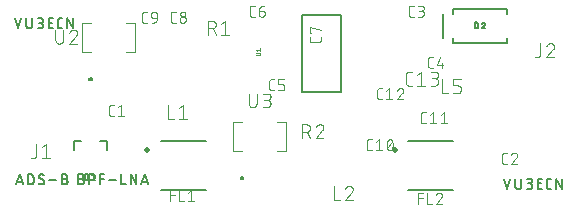
<source format=gbr>
G04 EAGLE Gerber RS-274X export*
G75*
%MOMM*%
%FSLAX34Y34*%
%LPD*%
%INSilkscreen Top*%
%IPPOS*%
%AMOC8*
5,1,8,0,0,1.08239X$1,22.5*%
G01*
%ADD10C,0.152400*%
%ADD11C,0.150000*%
%ADD12C,0.500000*%
%ADD13C,0.076200*%
%ADD14C,0.100000*%
%ADD15C,0.200000*%
%ADD16C,0.200000*%
%ADD17C,0.101600*%
%ADD18C,0.203200*%
%ADD19C,0.025400*%
%ADD20C,0.127000*%


D10*
X101092Y70612D02*
X103971Y79248D01*
X106849Y70612D01*
X106130Y72771D02*
X101812Y72771D01*
X111021Y70612D02*
X111021Y79248D01*
X113419Y79248D01*
X113516Y79246D01*
X113612Y79240D01*
X113708Y79231D01*
X113804Y79217D01*
X113899Y79200D01*
X113993Y79178D01*
X114086Y79153D01*
X114179Y79125D01*
X114270Y79092D01*
X114359Y79056D01*
X114447Y79016D01*
X114534Y78973D01*
X114619Y78927D01*
X114701Y78877D01*
X114782Y78823D01*
X114860Y78767D01*
X114936Y78707D01*
X115010Y78645D01*
X115081Y78579D01*
X115149Y78511D01*
X115215Y78440D01*
X115277Y78366D01*
X115337Y78290D01*
X115393Y78212D01*
X115447Y78131D01*
X115497Y78049D01*
X115543Y77964D01*
X115586Y77877D01*
X115626Y77789D01*
X115662Y77700D01*
X115695Y77609D01*
X115723Y77516D01*
X115748Y77423D01*
X115770Y77329D01*
X115787Y77234D01*
X115801Y77138D01*
X115810Y77042D01*
X115816Y76946D01*
X115818Y76849D01*
X115818Y73011D01*
X115816Y72914D01*
X115810Y72818D01*
X115801Y72722D01*
X115787Y72626D01*
X115770Y72531D01*
X115748Y72437D01*
X115723Y72344D01*
X115695Y72251D01*
X115662Y72160D01*
X115626Y72071D01*
X115586Y71983D01*
X115543Y71896D01*
X115497Y71811D01*
X115447Y71729D01*
X115393Y71648D01*
X115337Y71570D01*
X115277Y71494D01*
X115215Y71420D01*
X115149Y71349D01*
X115081Y71281D01*
X115010Y71215D01*
X114936Y71153D01*
X114860Y71093D01*
X114782Y71037D01*
X114701Y70983D01*
X114619Y70933D01*
X114534Y70887D01*
X114447Y70844D01*
X114359Y70804D01*
X114270Y70768D01*
X114179Y70735D01*
X114086Y70707D01*
X113993Y70682D01*
X113899Y70660D01*
X113804Y70643D01*
X113708Y70629D01*
X113612Y70620D01*
X113516Y70614D01*
X113419Y70612D01*
X111021Y70612D01*
X123043Y70612D02*
X123129Y70614D01*
X123215Y70620D01*
X123301Y70629D01*
X123386Y70643D01*
X123470Y70660D01*
X123554Y70681D01*
X123636Y70706D01*
X123717Y70734D01*
X123797Y70766D01*
X123876Y70802D01*
X123952Y70841D01*
X124027Y70884D01*
X124100Y70929D01*
X124171Y70979D01*
X124239Y71031D01*
X124306Y71086D01*
X124369Y71144D01*
X124430Y71205D01*
X124488Y71268D01*
X124543Y71335D01*
X124596Y71403D01*
X124645Y71474D01*
X124690Y71547D01*
X124733Y71622D01*
X124772Y71698D01*
X124808Y71777D01*
X124840Y71857D01*
X124868Y71938D01*
X124893Y72020D01*
X124914Y72104D01*
X124931Y72188D01*
X124945Y72273D01*
X124954Y72359D01*
X124960Y72445D01*
X124962Y72531D01*
X123043Y70612D02*
X122920Y70614D01*
X122797Y70619D01*
X122674Y70629D01*
X122552Y70642D01*
X122430Y70659D01*
X122308Y70679D01*
X122188Y70703D01*
X122068Y70731D01*
X121949Y70762D01*
X121831Y70797D01*
X121714Y70836D01*
X121598Y70878D01*
X121484Y70924D01*
X121371Y70973D01*
X121260Y71025D01*
X121150Y71081D01*
X121042Y71140D01*
X120936Y71203D01*
X120831Y71268D01*
X120729Y71337D01*
X120629Y71409D01*
X120532Y71484D01*
X120436Y71561D01*
X120343Y71642D01*
X120252Y71725D01*
X120164Y71811D01*
X120405Y77329D02*
X120407Y77415D01*
X120413Y77501D01*
X120422Y77587D01*
X120436Y77672D01*
X120453Y77756D01*
X120474Y77840D01*
X120499Y77922D01*
X120527Y78003D01*
X120559Y78083D01*
X120595Y78162D01*
X120634Y78238D01*
X120677Y78313D01*
X120722Y78386D01*
X120771Y78457D01*
X120824Y78525D01*
X120879Y78592D01*
X120937Y78655D01*
X120998Y78716D01*
X121061Y78774D01*
X121128Y78829D01*
X121196Y78882D01*
X121267Y78931D01*
X121340Y78976D01*
X121415Y79019D01*
X121491Y79058D01*
X121570Y79094D01*
X121650Y79126D01*
X121731Y79154D01*
X121813Y79179D01*
X121897Y79200D01*
X121981Y79217D01*
X122066Y79231D01*
X122152Y79240D01*
X122238Y79246D01*
X122324Y79248D01*
X122440Y79246D01*
X122555Y79241D01*
X122671Y79231D01*
X122786Y79218D01*
X122900Y79202D01*
X123014Y79181D01*
X123128Y79157D01*
X123240Y79129D01*
X123351Y79098D01*
X123462Y79063D01*
X123571Y79025D01*
X123679Y78983D01*
X123785Y78938D01*
X123891Y78889D01*
X123994Y78837D01*
X124096Y78782D01*
X124195Y78723D01*
X124293Y78661D01*
X124389Y78596D01*
X124483Y78528D01*
X121364Y75650D02*
X121290Y75696D01*
X121217Y75746D01*
X121147Y75799D01*
X121079Y75855D01*
X121014Y75914D01*
X120951Y75976D01*
X120892Y76041D01*
X120835Y76108D01*
X120781Y76178D01*
X120731Y76250D01*
X120684Y76324D01*
X120640Y76400D01*
X120600Y76479D01*
X120564Y76559D01*
X120531Y76640D01*
X120502Y76723D01*
X120476Y76808D01*
X120454Y76893D01*
X120437Y76979D01*
X120423Y77066D01*
X120413Y77153D01*
X120407Y77241D01*
X120405Y77329D01*
X124003Y74210D02*
X124077Y74164D01*
X124150Y74114D01*
X124220Y74061D01*
X124288Y74005D01*
X124353Y73946D01*
X124416Y73884D01*
X124475Y73819D01*
X124532Y73752D01*
X124586Y73682D01*
X124636Y73610D01*
X124683Y73536D01*
X124727Y73460D01*
X124767Y73381D01*
X124803Y73301D01*
X124836Y73220D01*
X124865Y73137D01*
X124891Y73052D01*
X124913Y72967D01*
X124930Y72881D01*
X124944Y72794D01*
X124954Y72707D01*
X124960Y72619D01*
X124962Y72531D01*
X124003Y74210D02*
X121364Y75650D01*
X129134Y73970D02*
X134891Y73970D01*
X139866Y75410D02*
X142265Y75410D01*
X142362Y75408D01*
X142458Y75402D01*
X142554Y75393D01*
X142650Y75379D01*
X142745Y75362D01*
X142839Y75340D01*
X142932Y75315D01*
X143025Y75287D01*
X143116Y75254D01*
X143205Y75218D01*
X143293Y75178D01*
X143380Y75135D01*
X143465Y75089D01*
X143547Y75039D01*
X143628Y74985D01*
X143706Y74929D01*
X143782Y74869D01*
X143856Y74807D01*
X143927Y74741D01*
X143995Y74673D01*
X144061Y74602D01*
X144123Y74528D01*
X144183Y74452D01*
X144239Y74374D01*
X144293Y74293D01*
X144343Y74210D01*
X144389Y74126D01*
X144432Y74039D01*
X144472Y73951D01*
X144508Y73862D01*
X144541Y73771D01*
X144569Y73678D01*
X144594Y73585D01*
X144616Y73491D01*
X144633Y73396D01*
X144647Y73300D01*
X144656Y73204D01*
X144662Y73108D01*
X144664Y73011D01*
X144662Y72914D01*
X144656Y72818D01*
X144647Y72722D01*
X144633Y72626D01*
X144616Y72531D01*
X144594Y72437D01*
X144569Y72344D01*
X144541Y72251D01*
X144508Y72160D01*
X144472Y72071D01*
X144432Y71983D01*
X144389Y71896D01*
X144343Y71811D01*
X144293Y71729D01*
X144239Y71648D01*
X144183Y71570D01*
X144123Y71494D01*
X144061Y71420D01*
X143995Y71349D01*
X143927Y71281D01*
X143856Y71215D01*
X143782Y71153D01*
X143706Y71093D01*
X143628Y71037D01*
X143547Y70983D01*
X143465Y70933D01*
X143380Y70887D01*
X143293Y70844D01*
X143205Y70804D01*
X143116Y70768D01*
X143025Y70735D01*
X142932Y70707D01*
X142839Y70682D01*
X142745Y70660D01*
X142650Y70643D01*
X142554Y70629D01*
X142458Y70620D01*
X142362Y70614D01*
X142265Y70612D01*
X139866Y70612D01*
X139866Y79248D01*
X142265Y79248D01*
X142351Y79246D01*
X142437Y79240D01*
X142523Y79231D01*
X142608Y79217D01*
X142692Y79200D01*
X142776Y79179D01*
X142858Y79154D01*
X142939Y79126D01*
X143019Y79094D01*
X143098Y79058D01*
X143174Y79019D01*
X143249Y78976D01*
X143322Y78931D01*
X143393Y78882D01*
X143461Y78829D01*
X143528Y78774D01*
X143591Y78716D01*
X143652Y78655D01*
X143710Y78592D01*
X143765Y78525D01*
X143818Y78457D01*
X143867Y78386D01*
X143912Y78313D01*
X143955Y78238D01*
X143994Y78162D01*
X144030Y78083D01*
X144062Y78003D01*
X144090Y77922D01*
X144115Y77840D01*
X144136Y77756D01*
X144153Y77672D01*
X144167Y77587D01*
X144176Y77501D01*
X144182Y77415D01*
X144184Y77329D01*
X144182Y77243D01*
X144176Y77157D01*
X144167Y77071D01*
X144153Y76986D01*
X144136Y76902D01*
X144115Y76818D01*
X144090Y76736D01*
X144062Y76655D01*
X144030Y76575D01*
X143994Y76496D01*
X143955Y76420D01*
X143912Y76345D01*
X143867Y76272D01*
X143818Y76201D01*
X143765Y76133D01*
X143710Y76066D01*
X143652Y76003D01*
X143591Y75942D01*
X143528Y75884D01*
X143461Y75829D01*
X143393Y75776D01*
X143322Y75727D01*
X143249Y75682D01*
X143174Y75639D01*
X143098Y75600D01*
X143019Y75564D01*
X142939Y75532D01*
X142858Y75504D01*
X142776Y75479D01*
X142692Y75458D01*
X142608Y75441D01*
X142523Y75427D01*
X142437Y75418D01*
X142351Y75412D01*
X142265Y75410D01*
X153887Y75410D02*
X156286Y75410D01*
X156383Y75408D01*
X156479Y75402D01*
X156575Y75393D01*
X156671Y75379D01*
X156766Y75362D01*
X156860Y75340D01*
X156953Y75315D01*
X157046Y75287D01*
X157137Y75254D01*
X157226Y75218D01*
X157314Y75178D01*
X157401Y75135D01*
X157486Y75089D01*
X157568Y75039D01*
X157649Y74985D01*
X157727Y74929D01*
X157803Y74869D01*
X157877Y74807D01*
X157948Y74741D01*
X158016Y74673D01*
X158082Y74602D01*
X158144Y74528D01*
X158204Y74452D01*
X158260Y74374D01*
X158314Y74293D01*
X158364Y74210D01*
X158410Y74126D01*
X158453Y74039D01*
X158493Y73951D01*
X158529Y73862D01*
X158562Y73771D01*
X158590Y73678D01*
X158615Y73585D01*
X158637Y73491D01*
X158654Y73396D01*
X158668Y73300D01*
X158677Y73204D01*
X158683Y73108D01*
X158685Y73011D01*
X158683Y72914D01*
X158677Y72818D01*
X158668Y72722D01*
X158654Y72626D01*
X158637Y72531D01*
X158615Y72437D01*
X158590Y72344D01*
X158562Y72251D01*
X158529Y72160D01*
X158493Y72071D01*
X158453Y71983D01*
X158410Y71896D01*
X158364Y71811D01*
X158314Y71729D01*
X158260Y71648D01*
X158204Y71570D01*
X158144Y71494D01*
X158082Y71420D01*
X158016Y71349D01*
X157948Y71281D01*
X157877Y71215D01*
X157803Y71153D01*
X157727Y71093D01*
X157649Y71037D01*
X157568Y70983D01*
X157486Y70933D01*
X157401Y70887D01*
X157314Y70844D01*
X157226Y70804D01*
X157137Y70768D01*
X157046Y70735D01*
X156953Y70707D01*
X156860Y70682D01*
X156766Y70660D01*
X156671Y70643D01*
X156575Y70629D01*
X156479Y70620D01*
X156383Y70614D01*
X156286Y70612D01*
X153887Y70612D01*
X153887Y79248D01*
X156286Y79248D01*
X156372Y79246D01*
X156458Y79240D01*
X156544Y79231D01*
X156629Y79217D01*
X156713Y79200D01*
X156797Y79179D01*
X156879Y79154D01*
X156960Y79126D01*
X157040Y79094D01*
X157119Y79058D01*
X157195Y79019D01*
X157270Y78976D01*
X157343Y78931D01*
X157414Y78882D01*
X157482Y78829D01*
X157549Y78774D01*
X157612Y78716D01*
X157673Y78655D01*
X157731Y78592D01*
X157786Y78525D01*
X157839Y78457D01*
X157888Y78386D01*
X157933Y78313D01*
X157976Y78238D01*
X158015Y78162D01*
X158051Y78083D01*
X158083Y78003D01*
X158111Y77922D01*
X158136Y77840D01*
X158157Y77756D01*
X158174Y77672D01*
X158188Y77587D01*
X158197Y77501D01*
X158203Y77415D01*
X158205Y77329D01*
X158203Y77243D01*
X158197Y77157D01*
X158188Y77071D01*
X158174Y76986D01*
X158157Y76902D01*
X158136Y76818D01*
X158111Y76736D01*
X158083Y76655D01*
X158051Y76575D01*
X158015Y76496D01*
X157976Y76420D01*
X157933Y76345D01*
X157888Y76272D01*
X157839Y76201D01*
X157786Y76133D01*
X157731Y76066D01*
X157673Y76003D01*
X157612Y75942D01*
X157549Y75884D01*
X157482Y75829D01*
X157414Y75776D01*
X157343Y75727D01*
X157270Y75682D01*
X157195Y75639D01*
X157119Y75600D01*
X157040Y75564D01*
X156960Y75532D01*
X156879Y75504D01*
X156797Y75479D01*
X156713Y75458D01*
X156629Y75441D01*
X156544Y75427D01*
X156458Y75418D01*
X156372Y75412D01*
X156286Y75410D01*
X163031Y79248D02*
X163031Y70612D01*
X163031Y79248D02*
X165430Y79248D01*
X165527Y79246D01*
X165623Y79240D01*
X165719Y79231D01*
X165815Y79217D01*
X165910Y79200D01*
X166004Y79178D01*
X166097Y79153D01*
X166190Y79125D01*
X166281Y79092D01*
X166370Y79056D01*
X166458Y79016D01*
X166545Y78973D01*
X166630Y78927D01*
X166712Y78877D01*
X166793Y78823D01*
X166871Y78767D01*
X166947Y78707D01*
X167021Y78645D01*
X167092Y78579D01*
X167160Y78511D01*
X167226Y78440D01*
X167288Y78366D01*
X167348Y78290D01*
X167404Y78212D01*
X167458Y78131D01*
X167508Y78048D01*
X167554Y77964D01*
X167597Y77877D01*
X167637Y77789D01*
X167673Y77700D01*
X167706Y77609D01*
X167734Y77516D01*
X167759Y77423D01*
X167781Y77329D01*
X167798Y77234D01*
X167812Y77138D01*
X167821Y77042D01*
X167827Y76946D01*
X167829Y76849D01*
X167827Y76752D01*
X167821Y76656D01*
X167812Y76560D01*
X167798Y76464D01*
X167781Y76369D01*
X167759Y76275D01*
X167734Y76182D01*
X167706Y76089D01*
X167673Y75998D01*
X167637Y75909D01*
X167597Y75821D01*
X167554Y75734D01*
X167508Y75649D01*
X167458Y75567D01*
X167404Y75486D01*
X167348Y75408D01*
X167288Y75332D01*
X167226Y75258D01*
X167160Y75187D01*
X167092Y75119D01*
X167021Y75053D01*
X166947Y74991D01*
X166871Y74931D01*
X166793Y74875D01*
X166712Y74821D01*
X166630Y74771D01*
X166545Y74725D01*
X166458Y74682D01*
X166370Y74642D01*
X166281Y74606D01*
X166190Y74573D01*
X166097Y74545D01*
X166004Y74520D01*
X165910Y74498D01*
X165815Y74481D01*
X165719Y74467D01*
X165623Y74458D01*
X165527Y74452D01*
X165430Y74450D01*
X163031Y74450D01*
X172006Y70612D02*
X172006Y79248D01*
X175845Y79248D01*
X175845Y75410D02*
X172006Y75410D01*
X179730Y73970D02*
X185487Y73970D01*
X190294Y70612D02*
X190294Y79248D01*
X190294Y70612D02*
X194132Y70612D01*
X198193Y70612D02*
X198193Y79248D01*
X202991Y70612D01*
X202991Y79248D01*
X210041Y79248D02*
X207162Y70612D01*
X212919Y70612D02*
X210041Y79248D01*
X212200Y72771D02*
X207882Y72771D01*
X513842Y75438D02*
X516721Y66802D01*
X519599Y75438D01*
X523771Y75438D02*
X523771Y69201D01*
X523770Y69201D02*
X523772Y69104D01*
X523778Y69008D01*
X523787Y68912D01*
X523801Y68816D01*
X523818Y68721D01*
X523840Y68627D01*
X523865Y68534D01*
X523893Y68441D01*
X523926Y68350D01*
X523962Y68261D01*
X524002Y68173D01*
X524045Y68086D01*
X524091Y68002D01*
X524141Y67919D01*
X524195Y67838D01*
X524251Y67760D01*
X524311Y67684D01*
X524373Y67610D01*
X524439Y67539D01*
X524507Y67471D01*
X524578Y67405D01*
X524652Y67343D01*
X524728Y67283D01*
X524806Y67227D01*
X524887Y67173D01*
X524970Y67123D01*
X525054Y67077D01*
X525141Y67034D01*
X525229Y66994D01*
X525318Y66958D01*
X525409Y66925D01*
X525502Y66897D01*
X525595Y66872D01*
X525689Y66850D01*
X525784Y66833D01*
X525880Y66819D01*
X525976Y66810D01*
X526072Y66804D01*
X526169Y66802D01*
X526266Y66804D01*
X526362Y66810D01*
X526458Y66819D01*
X526554Y66833D01*
X526649Y66850D01*
X526743Y66872D01*
X526836Y66897D01*
X526929Y66925D01*
X527020Y66958D01*
X527109Y66994D01*
X527197Y67034D01*
X527284Y67077D01*
X527369Y67123D01*
X527451Y67173D01*
X527532Y67227D01*
X527610Y67283D01*
X527686Y67343D01*
X527760Y67405D01*
X527831Y67471D01*
X527899Y67539D01*
X527965Y67610D01*
X528027Y67684D01*
X528087Y67760D01*
X528143Y67838D01*
X528197Y67919D01*
X528247Y68001D01*
X528293Y68086D01*
X528336Y68173D01*
X528376Y68261D01*
X528412Y68350D01*
X528445Y68441D01*
X528473Y68534D01*
X528498Y68627D01*
X528520Y68721D01*
X528537Y68816D01*
X528551Y68912D01*
X528560Y69008D01*
X528566Y69104D01*
X528568Y69201D01*
X528568Y75438D01*
X533219Y66802D02*
X535618Y66802D01*
X535715Y66804D01*
X535811Y66810D01*
X535907Y66819D01*
X536003Y66833D01*
X536098Y66850D01*
X536192Y66872D01*
X536285Y66897D01*
X536378Y66925D01*
X536469Y66958D01*
X536558Y66994D01*
X536646Y67034D01*
X536733Y67077D01*
X536818Y67123D01*
X536900Y67173D01*
X536981Y67227D01*
X537059Y67283D01*
X537135Y67343D01*
X537209Y67405D01*
X537280Y67471D01*
X537348Y67539D01*
X537414Y67610D01*
X537476Y67684D01*
X537536Y67760D01*
X537592Y67838D01*
X537646Y67919D01*
X537696Y68001D01*
X537742Y68086D01*
X537785Y68173D01*
X537825Y68261D01*
X537861Y68350D01*
X537894Y68441D01*
X537922Y68534D01*
X537947Y68627D01*
X537969Y68721D01*
X537986Y68816D01*
X538000Y68912D01*
X538009Y69008D01*
X538015Y69104D01*
X538017Y69201D01*
X538015Y69298D01*
X538009Y69394D01*
X538000Y69490D01*
X537986Y69586D01*
X537969Y69681D01*
X537947Y69775D01*
X537922Y69868D01*
X537894Y69961D01*
X537861Y70052D01*
X537825Y70141D01*
X537785Y70229D01*
X537742Y70316D01*
X537696Y70400D01*
X537646Y70483D01*
X537592Y70564D01*
X537536Y70642D01*
X537476Y70718D01*
X537414Y70792D01*
X537348Y70863D01*
X537280Y70931D01*
X537209Y70997D01*
X537135Y71059D01*
X537059Y71119D01*
X536981Y71175D01*
X536900Y71229D01*
X536818Y71279D01*
X536733Y71325D01*
X536646Y71368D01*
X536558Y71408D01*
X536469Y71444D01*
X536378Y71477D01*
X536285Y71505D01*
X536192Y71530D01*
X536098Y71552D01*
X536003Y71569D01*
X535907Y71583D01*
X535811Y71592D01*
X535715Y71598D01*
X535618Y71600D01*
X536098Y75438D02*
X533219Y75438D01*
X536098Y75438D02*
X536184Y75436D01*
X536270Y75430D01*
X536356Y75421D01*
X536441Y75407D01*
X536525Y75390D01*
X536609Y75369D01*
X536691Y75344D01*
X536772Y75316D01*
X536852Y75284D01*
X536931Y75248D01*
X537007Y75209D01*
X537082Y75166D01*
X537155Y75121D01*
X537226Y75072D01*
X537294Y75019D01*
X537361Y74964D01*
X537424Y74906D01*
X537485Y74845D01*
X537543Y74782D01*
X537598Y74715D01*
X537651Y74647D01*
X537700Y74576D01*
X537745Y74503D01*
X537788Y74428D01*
X537827Y74352D01*
X537863Y74273D01*
X537895Y74193D01*
X537923Y74112D01*
X537948Y74030D01*
X537969Y73946D01*
X537986Y73862D01*
X538000Y73777D01*
X538009Y73691D01*
X538015Y73605D01*
X538017Y73519D01*
X538015Y73433D01*
X538009Y73347D01*
X538000Y73261D01*
X537986Y73176D01*
X537969Y73092D01*
X537948Y73008D01*
X537923Y72926D01*
X537895Y72845D01*
X537863Y72765D01*
X537827Y72686D01*
X537788Y72610D01*
X537745Y72535D01*
X537700Y72462D01*
X537651Y72391D01*
X537598Y72323D01*
X537543Y72256D01*
X537485Y72193D01*
X537424Y72132D01*
X537361Y72074D01*
X537294Y72019D01*
X537226Y71966D01*
X537155Y71917D01*
X537082Y71872D01*
X537007Y71829D01*
X536931Y71790D01*
X536852Y71754D01*
X536772Y71722D01*
X536691Y71694D01*
X536609Y71669D01*
X536525Y71648D01*
X536441Y71631D01*
X536356Y71617D01*
X536270Y71608D01*
X536184Y71602D01*
X536098Y71600D01*
X534179Y71600D01*
X542694Y66802D02*
X546532Y66802D01*
X542694Y66802D02*
X542694Y75438D01*
X546532Y75438D01*
X545573Y71600D02*
X542694Y71600D01*
X552169Y66802D02*
X554088Y66802D01*
X552169Y66802D02*
X552083Y66804D01*
X551997Y66810D01*
X551911Y66819D01*
X551826Y66833D01*
X551742Y66850D01*
X551658Y66871D01*
X551576Y66896D01*
X551495Y66924D01*
X551415Y66956D01*
X551336Y66992D01*
X551260Y67031D01*
X551185Y67074D01*
X551112Y67119D01*
X551041Y67168D01*
X550973Y67221D01*
X550906Y67276D01*
X550843Y67334D01*
X550782Y67395D01*
X550724Y67458D01*
X550669Y67525D01*
X550616Y67593D01*
X550567Y67664D01*
X550522Y67737D01*
X550479Y67812D01*
X550440Y67888D01*
X550404Y67967D01*
X550372Y68047D01*
X550344Y68128D01*
X550319Y68210D01*
X550298Y68294D01*
X550281Y68378D01*
X550267Y68463D01*
X550258Y68549D01*
X550252Y68635D01*
X550250Y68721D01*
X550250Y73519D01*
X550252Y73605D01*
X550258Y73691D01*
X550267Y73777D01*
X550281Y73862D01*
X550298Y73946D01*
X550319Y74030D01*
X550344Y74112D01*
X550372Y74193D01*
X550404Y74273D01*
X550440Y74352D01*
X550479Y74428D01*
X550522Y74503D01*
X550567Y74576D01*
X550616Y74647D01*
X550669Y74715D01*
X550724Y74782D01*
X550782Y74845D01*
X550843Y74906D01*
X550906Y74964D01*
X550973Y75019D01*
X551041Y75071D01*
X551112Y75121D01*
X551185Y75166D01*
X551260Y75209D01*
X551336Y75248D01*
X551415Y75284D01*
X551495Y75316D01*
X551576Y75344D01*
X551658Y75369D01*
X551742Y75390D01*
X551826Y75407D01*
X551911Y75421D01*
X551997Y75430D01*
X552083Y75436D01*
X552169Y75438D01*
X554088Y75438D01*
X558213Y75438D02*
X558213Y66802D01*
X563011Y66802D02*
X558213Y75438D01*
X563011Y75438D02*
X563011Y66802D01*
X102701Y202692D02*
X99822Y211328D01*
X105579Y211328D02*
X102701Y202692D01*
X109751Y205091D02*
X109751Y211328D01*
X109750Y205091D02*
X109752Y204994D01*
X109758Y204898D01*
X109767Y204802D01*
X109781Y204706D01*
X109798Y204611D01*
X109820Y204517D01*
X109845Y204424D01*
X109873Y204331D01*
X109906Y204240D01*
X109942Y204151D01*
X109982Y204063D01*
X110025Y203976D01*
X110071Y203892D01*
X110121Y203809D01*
X110175Y203728D01*
X110231Y203650D01*
X110291Y203574D01*
X110353Y203500D01*
X110419Y203429D01*
X110487Y203361D01*
X110558Y203295D01*
X110632Y203233D01*
X110708Y203173D01*
X110786Y203117D01*
X110867Y203063D01*
X110949Y203013D01*
X111034Y202967D01*
X111121Y202924D01*
X111209Y202884D01*
X111298Y202848D01*
X111389Y202815D01*
X111482Y202787D01*
X111575Y202762D01*
X111669Y202740D01*
X111764Y202723D01*
X111860Y202709D01*
X111956Y202700D01*
X112052Y202694D01*
X112149Y202692D01*
X112246Y202694D01*
X112342Y202700D01*
X112438Y202709D01*
X112534Y202723D01*
X112629Y202740D01*
X112723Y202762D01*
X112816Y202787D01*
X112909Y202815D01*
X113000Y202848D01*
X113089Y202884D01*
X113177Y202924D01*
X113264Y202967D01*
X113348Y203013D01*
X113431Y203063D01*
X113512Y203117D01*
X113590Y203173D01*
X113666Y203233D01*
X113740Y203295D01*
X113811Y203361D01*
X113879Y203429D01*
X113945Y203500D01*
X114007Y203574D01*
X114067Y203650D01*
X114123Y203728D01*
X114177Y203809D01*
X114227Y203891D01*
X114273Y203976D01*
X114316Y204063D01*
X114356Y204151D01*
X114392Y204240D01*
X114425Y204331D01*
X114453Y204424D01*
X114478Y204517D01*
X114500Y204611D01*
X114517Y204706D01*
X114531Y204802D01*
X114540Y204898D01*
X114546Y204994D01*
X114548Y205091D01*
X114548Y211328D01*
X119199Y202692D02*
X121598Y202692D01*
X121695Y202694D01*
X121791Y202700D01*
X121887Y202709D01*
X121983Y202723D01*
X122078Y202740D01*
X122172Y202762D01*
X122265Y202787D01*
X122358Y202815D01*
X122449Y202848D01*
X122538Y202884D01*
X122626Y202924D01*
X122713Y202967D01*
X122798Y203013D01*
X122880Y203063D01*
X122961Y203117D01*
X123039Y203173D01*
X123115Y203233D01*
X123189Y203295D01*
X123260Y203361D01*
X123328Y203429D01*
X123394Y203500D01*
X123456Y203574D01*
X123516Y203650D01*
X123572Y203728D01*
X123626Y203809D01*
X123676Y203892D01*
X123722Y203976D01*
X123765Y204063D01*
X123805Y204151D01*
X123841Y204240D01*
X123874Y204331D01*
X123902Y204424D01*
X123927Y204517D01*
X123949Y204611D01*
X123966Y204706D01*
X123980Y204802D01*
X123989Y204898D01*
X123995Y204994D01*
X123997Y205091D01*
X123995Y205188D01*
X123989Y205284D01*
X123980Y205380D01*
X123966Y205476D01*
X123949Y205571D01*
X123927Y205665D01*
X123902Y205758D01*
X123874Y205851D01*
X123841Y205942D01*
X123805Y206031D01*
X123765Y206119D01*
X123722Y206206D01*
X123676Y206290D01*
X123626Y206373D01*
X123572Y206454D01*
X123516Y206532D01*
X123456Y206608D01*
X123394Y206682D01*
X123328Y206753D01*
X123260Y206821D01*
X123189Y206887D01*
X123115Y206949D01*
X123039Y207009D01*
X122961Y207065D01*
X122880Y207119D01*
X122798Y207169D01*
X122713Y207215D01*
X122626Y207258D01*
X122538Y207298D01*
X122449Y207334D01*
X122358Y207367D01*
X122265Y207395D01*
X122172Y207420D01*
X122078Y207442D01*
X121983Y207459D01*
X121887Y207473D01*
X121791Y207482D01*
X121695Y207488D01*
X121598Y207490D01*
X122078Y211328D02*
X119199Y211328D01*
X122078Y211328D02*
X122164Y211326D01*
X122250Y211320D01*
X122336Y211311D01*
X122421Y211297D01*
X122505Y211280D01*
X122589Y211259D01*
X122671Y211234D01*
X122752Y211206D01*
X122832Y211174D01*
X122911Y211138D01*
X122987Y211099D01*
X123062Y211056D01*
X123135Y211011D01*
X123206Y210962D01*
X123274Y210909D01*
X123341Y210854D01*
X123404Y210796D01*
X123465Y210735D01*
X123523Y210672D01*
X123578Y210605D01*
X123631Y210537D01*
X123680Y210466D01*
X123725Y210393D01*
X123768Y210318D01*
X123807Y210242D01*
X123843Y210163D01*
X123875Y210083D01*
X123903Y210002D01*
X123928Y209920D01*
X123949Y209836D01*
X123966Y209752D01*
X123980Y209667D01*
X123989Y209581D01*
X123995Y209495D01*
X123997Y209409D01*
X123995Y209323D01*
X123989Y209237D01*
X123980Y209151D01*
X123966Y209066D01*
X123949Y208982D01*
X123928Y208898D01*
X123903Y208816D01*
X123875Y208735D01*
X123843Y208655D01*
X123807Y208576D01*
X123768Y208500D01*
X123725Y208425D01*
X123680Y208352D01*
X123631Y208281D01*
X123578Y208213D01*
X123523Y208146D01*
X123465Y208083D01*
X123404Y208022D01*
X123341Y207964D01*
X123274Y207909D01*
X123206Y207856D01*
X123135Y207807D01*
X123062Y207762D01*
X122987Y207719D01*
X122911Y207680D01*
X122832Y207644D01*
X122752Y207612D01*
X122671Y207584D01*
X122589Y207559D01*
X122505Y207538D01*
X122421Y207521D01*
X122336Y207507D01*
X122250Y207498D01*
X122164Y207492D01*
X122078Y207490D01*
X120159Y207490D01*
X128674Y202692D02*
X132512Y202692D01*
X128674Y202692D02*
X128674Y211328D01*
X132512Y211328D01*
X131553Y207490D02*
X128674Y207490D01*
X138149Y202692D02*
X140068Y202692D01*
X138149Y202692D02*
X138063Y202694D01*
X137977Y202700D01*
X137891Y202709D01*
X137806Y202723D01*
X137722Y202740D01*
X137638Y202761D01*
X137556Y202786D01*
X137475Y202814D01*
X137395Y202846D01*
X137316Y202882D01*
X137240Y202921D01*
X137165Y202964D01*
X137092Y203009D01*
X137021Y203058D01*
X136953Y203111D01*
X136886Y203166D01*
X136823Y203224D01*
X136762Y203285D01*
X136704Y203348D01*
X136649Y203415D01*
X136596Y203483D01*
X136547Y203554D01*
X136502Y203627D01*
X136459Y203702D01*
X136420Y203778D01*
X136384Y203857D01*
X136352Y203937D01*
X136324Y204018D01*
X136299Y204100D01*
X136278Y204184D01*
X136261Y204268D01*
X136247Y204353D01*
X136238Y204439D01*
X136232Y204525D01*
X136230Y204611D01*
X136230Y209409D01*
X136232Y209495D01*
X136238Y209581D01*
X136247Y209667D01*
X136261Y209752D01*
X136278Y209836D01*
X136299Y209920D01*
X136324Y210002D01*
X136352Y210083D01*
X136384Y210163D01*
X136420Y210242D01*
X136459Y210318D01*
X136502Y210393D01*
X136547Y210466D01*
X136596Y210537D01*
X136649Y210605D01*
X136704Y210672D01*
X136762Y210735D01*
X136823Y210796D01*
X136886Y210854D01*
X136953Y210909D01*
X137021Y210961D01*
X137092Y211011D01*
X137165Y211056D01*
X137240Y211099D01*
X137316Y211138D01*
X137395Y211174D01*
X137475Y211206D01*
X137556Y211234D01*
X137638Y211259D01*
X137722Y211280D01*
X137806Y211297D01*
X137891Y211311D01*
X137977Y211320D01*
X138063Y211326D01*
X138149Y211328D01*
X140068Y211328D01*
X144193Y211328D02*
X144193Y202692D01*
X148991Y202692D02*
X144193Y211328D01*
X148991Y211328D02*
X148991Y202692D01*
D11*
X223570Y65610D02*
X261570Y65610D01*
X261570Y107110D02*
X223570Y107110D01*
D12*
X212070Y99360D03*
D13*
X231521Y65499D02*
X231521Y56261D01*
X231521Y65499D02*
X235627Y65499D01*
X235627Y61393D02*
X231521Y61393D01*
X239321Y65499D02*
X239321Y56261D01*
X243427Y56261D01*
X246804Y63446D02*
X249370Y65499D01*
X249370Y56261D01*
X246804Y56261D02*
X251936Y56261D01*
D11*
X433120Y65610D02*
X471120Y65610D01*
X471120Y107110D02*
X433120Y107110D01*
D12*
X421620Y99360D03*
D13*
X441431Y63559D02*
X441431Y54321D01*
X441431Y63559D02*
X445537Y63559D01*
X445537Y59453D02*
X441431Y59453D01*
X449231Y63559D02*
X449231Y54321D01*
X453337Y54321D01*
X461846Y61249D02*
X461844Y61342D01*
X461839Y61435D01*
X461829Y61527D01*
X461816Y61620D01*
X461799Y61711D01*
X461779Y61802D01*
X461755Y61892D01*
X461727Y61981D01*
X461696Y62068D01*
X461661Y62154D01*
X461623Y62239D01*
X461581Y62323D01*
X461537Y62404D01*
X461488Y62484D01*
X461437Y62561D01*
X461383Y62637D01*
X461325Y62710D01*
X461265Y62781D01*
X461202Y62849D01*
X461136Y62915D01*
X461068Y62978D01*
X460997Y63038D01*
X460924Y63096D01*
X460848Y63150D01*
X460771Y63201D01*
X460691Y63250D01*
X460610Y63294D01*
X460526Y63336D01*
X460441Y63374D01*
X460355Y63409D01*
X460268Y63440D01*
X460179Y63468D01*
X460089Y63492D01*
X459998Y63512D01*
X459907Y63529D01*
X459814Y63542D01*
X459722Y63552D01*
X459629Y63557D01*
X459536Y63559D01*
X459429Y63557D01*
X459323Y63551D01*
X459217Y63542D01*
X459111Y63528D01*
X459006Y63511D01*
X458901Y63490D01*
X458798Y63466D01*
X458695Y63437D01*
X458593Y63405D01*
X458493Y63370D01*
X458394Y63330D01*
X458296Y63287D01*
X458200Y63241D01*
X458106Y63191D01*
X458013Y63138D01*
X457923Y63082D01*
X457834Y63022D01*
X457748Y62960D01*
X457664Y62894D01*
X457583Y62825D01*
X457504Y62754D01*
X457427Y62679D01*
X457354Y62602D01*
X457283Y62523D01*
X457215Y62440D01*
X457150Y62356D01*
X457088Y62269D01*
X457030Y62180D01*
X456974Y62089D01*
X456922Y61996D01*
X456873Y61901D01*
X456828Y61805D01*
X456786Y61706D01*
X456748Y61607D01*
X456713Y61506D01*
X461076Y59452D02*
X461144Y59520D01*
X461209Y59590D01*
X461272Y59662D01*
X461332Y59737D01*
X461389Y59814D01*
X461442Y59893D01*
X461493Y59974D01*
X461541Y60057D01*
X461585Y60141D01*
X461626Y60228D01*
X461664Y60316D01*
X461698Y60405D01*
X461729Y60496D01*
X461756Y60587D01*
X461780Y60680D01*
X461800Y60774D01*
X461817Y60868D01*
X461829Y60963D01*
X461839Y61058D01*
X461844Y61153D01*
X461846Y61249D01*
X461076Y59453D02*
X456714Y54321D01*
X461846Y54321D01*
D14*
X164070Y207080D02*
X156590Y207080D01*
X156590Y182680D01*
X164070Y182680D01*
X194070Y182680D02*
X201550Y182680D01*
X201550Y207080D01*
X194070Y207080D01*
D15*
X164070Y160680D03*
D16*
X164132Y160678D01*
X164193Y160672D01*
X164254Y160663D01*
X164314Y160650D01*
X164373Y160633D01*
X164431Y160612D01*
X164488Y160588D01*
X164543Y160561D01*
X164596Y160530D01*
X164648Y160496D01*
X164697Y160459D01*
X164744Y160419D01*
X164788Y160376D01*
X164829Y160331D01*
X164868Y160283D01*
X164904Y160232D01*
X164936Y160180D01*
X164965Y160126D01*
X164991Y160070D01*
X165013Y160012D01*
X165032Y159954D01*
X165047Y159894D01*
X165058Y159833D01*
X165066Y159772D01*
X165070Y159711D01*
X165070Y159649D01*
X165066Y159588D01*
X165058Y159527D01*
X165047Y159466D01*
X165032Y159406D01*
X165013Y159348D01*
X164991Y159290D01*
X164965Y159234D01*
X164936Y159180D01*
X164904Y159128D01*
X164868Y159077D01*
X164829Y159029D01*
X164788Y158984D01*
X164744Y158941D01*
X164697Y158901D01*
X164648Y158864D01*
X164596Y158830D01*
X164543Y158799D01*
X164488Y158772D01*
X164431Y158748D01*
X164373Y158727D01*
X164314Y158710D01*
X164254Y158697D01*
X164193Y158688D01*
X164132Y158682D01*
X164070Y158680D01*
D15*
X164070Y158680D03*
D16*
X164008Y158682D01*
X163947Y158688D01*
X163886Y158697D01*
X163826Y158710D01*
X163767Y158727D01*
X163709Y158748D01*
X163652Y158772D01*
X163597Y158799D01*
X163544Y158830D01*
X163492Y158864D01*
X163443Y158901D01*
X163396Y158941D01*
X163352Y158984D01*
X163311Y159029D01*
X163272Y159077D01*
X163236Y159128D01*
X163204Y159180D01*
X163175Y159234D01*
X163149Y159290D01*
X163127Y159348D01*
X163108Y159406D01*
X163093Y159466D01*
X163082Y159527D01*
X163074Y159588D01*
X163070Y159649D01*
X163070Y159711D01*
X163074Y159772D01*
X163082Y159833D01*
X163093Y159894D01*
X163108Y159954D01*
X163127Y160012D01*
X163149Y160070D01*
X163175Y160126D01*
X163204Y160180D01*
X163236Y160232D01*
X163272Y160283D01*
X163311Y160331D01*
X163352Y160376D01*
X163396Y160419D01*
X163443Y160459D01*
X163492Y160496D01*
X163544Y160530D01*
X163597Y160561D01*
X163652Y160588D01*
X163709Y160612D01*
X163767Y160633D01*
X163826Y160650D01*
X163886Y160663D01*
X163947Y160672D01*
X164008Y160678D01*
X164070Y160680D01*
D17*
X134359Y192984D02*
X134359Y201422D01*
X134359Y192984D02*
X134361Y192871D01*
X134367Y192758D01*
X134377Y192645D01*
X134391Y192532D01*
X134408Y192420D01*
X134430Y192309D01*
X134455Y192199D01*
X134485Y192089D01*
X134518Y191981D01*
X134555Y191874D01*
X134595Y191768D01*
X134640Y191664D01*
X134688Y191561D01*
X134739Y191460D01*
X134794Y191361D01*
X134852Y191264D01*
X134914Y191169D01*
X134979Y191076D01*
X135047Y190986D01*
X135118Y190898D01*
X135193Y190812D01*
X135270Y190729D01*
X135350Y190649D01*
X135433Y190572D01*
X135519Y190497D01*
X135607Y190426D01*
X135697Y190358D01*
X135790Y190293D01*
X135885Y190231D01*
X135982Y190173D01*
X136081Y190118D01*
X136182Y190067D01*
X136285Y190019D01*
X136389Y189974D01*
X136495Y189934D01*
X136602Y189897D01*
X136710Y189864D01*
X136820Y189834D01*
X136930Y189809D01*
X137041Y189787D01*
X137153Y189770D01*
X137266Y189756D01*
X137379Y189746D01*
X137492Y189740D01*
X137605Y189738D01*
X137718Y189740D01*
X137831Y189746D01*
X137944Y189756D01*
X138057Y189770D01*
X138169Y189787D01*
X138280Y189809D01*
X138390Y189834D01*
X138500Y189864D01*
X138608Y189897D01*
X138715Y189934D01*
X138821Y189974D01*
X138925Y190019D01*
X139028Y190067D01*
X139129Y190118D01*
X139228Y190173D01*
X139325Y190231D01*
X139420Y190293D01*
X139513Y190358D01*
X139603Y190426D01*
X139691Y190497D01*
X139777Y190572D01*
X139860Y190649D01*
X139940Y190729D01*
X140017Y190812D01*
X140092Y190898D01*
X140163Y190986D01*
X140231Y191076D01*
X140296Y191169D01*
X140358Y191264D01*
X140416Y191361D01*
X140471Y191460D01*
X140522Y191561D01*
X140570Y191664D01*
X140615Y191768D01*
X140655Y191874D01*
X140692Y191981D01*
X140725Y192089D01*
X140755Y192199D01*
X140780Y192309D01*
X140802Y192420D01*
X140819Y192532D01*
X140833Y192645D01*
X140843Y192758D01*
X140849Y192871D01*
X140851Y192984D01*
X140850Y192984D02*
X140850Y201422D01*
X149740Y201422D02*
X149847Y201420D01*
X149953Y201414D01*
X150059Y201404D01*
X150165Y201391D01*
X150271Y201373D01*
X150375Y201352D01*
X150479Y201327D01*
X150582Y201298D01*
X150683Y201266D01*
X150783Y201229D01*
X150882Y201189D01*
X150980Y201146D01*
X151076Y201099D01*
X151170Y201048D01*
X151262Y200994D01*
X151352Y200937D01*
X151440Y200877D01*
X151525Y200813D01*
X151608Y200746D01*
X151689Y200676D01*
X151767Y200604D01*
X151843Y200528D01*
X151915Y200450D01*
X151985Y200369D01*
X152052Y200286D01*
X152116Y200201D01*
X152176Y200113D01*
X152233Y200023D01*
X152287Y199931D01*
X152338Y199837D01*
X152385Y199741D01*
X152428Y199643D01*
X152468Y199544D01*
X152505Y199444D01*
X152537Y199343D01*
X152566Y199240D01*
X152591Y199136D01*
X152612Y199032D01*
X152630Y198926D01*
X152643Y198820D01*
X152653Y198714D01*
X152659Y198608D01*
X152661Y198501D01*
X149740Y201422D02*
X149619Y201420D01*
X149498Y201414D01*
X149378Y201404D01*
X149257Y201391D01*
X149138Y201373D01*
X149018Y201352D01*
X148900Y201327D01*
X148783Y201298D01*
X148666Y201265D01*
X148551Y201229D01*
X148437Y201188D01*
X148324Y201145D01*
X148212Y201097D01*
X148103Y201046D01*
X147995Y200991D01*
X147888Y200933D01*
X147784Y200872D01*
X147682Y200807D01*
X147582Y200739D01*
X147484Y200668D01*
X147388Y200594D01*
X147295Y200517D01*
X147205Y200436D01*
X147117Y200353D01*
X147032Y200267D01*
X146949Y200178D01*
X146870Y200087D01*
X146793Y199993D01*
X146720Y199897D01*
X146650Y199799D01*
X146583Y199698D01*
X146519Y199595D01*
X146459Y199490D01*
X146402Y199383D01*
X146348Y199275D01*
X146298Y199165D01*
X146252Y199053D01*
X146209Y198940D01*
X146170Y198825D01*
X151688Y196229D02*
X151767Y196306D01*
X151843Y196387D01*
X151916Y196470D01*
X151986Y196555D01*
X152053Y196643D01*
X152117Y196733D01*
X152177Y196825D01*
X152234Y196920D01*
X152288Y197016D01*
X152339Y197114D01*
X152386Y197214D01*
X152430Y197316D01*
X152470Y197419D01*
X152506Y197523D01*
X152538Y197629D01*
X152567Y197735D01*
X152592Y197843D01*
X152614Y197951D01*
X152631Y198061D01*
X152645Y198170D01*
X152654Y198280D01*
X152660Y198391D01*
X152662Y198501D01*
X151687Y196229D02*
X146170Y189738D01*
X152661Y189738D01*
D14*
X284860Y123260D02*
X292340Y123260D01*
X284860Y123260D02*
X284860Y98860D01*
X292340Y98860D01*
X322340Y98860D02*
X329820Y98860D01*
X329820Y123260D01*
X322340Y123260D01*
D15*
X292340Y76860D03*
D16*
X292402Y76858D01*
X292463Y76852D01*
X292524Y76843D01*
X292584Y76830D01*
X292643Y76813D01*
X292701Y76792D01*
X292758Y76768D01*
X292813Y76741D01*
X292866Y76710D01*
X292918Y76676D01*
X292967Y76639D01*
X293014Y76599D01*
X293058Y76556D01*
X293099Y76511D01*
X293138Y76463D01*
X293174Y76412D01*
X293206Y76360D01*
X293235Y76306D01*
X293261Y76250D01*
X293283Y76192D01*
X293302Y76134D01*
X293317Y76074D01*
X293328Y76013D01*
X293336Y75952D01*
X293340Y75891D01*
X293340Y75829D01*
X293336Y75768D01*
X293328Y75707D01*
X293317Y75646D01*
X293302Y75586D01*
X293283Y75528D01*
X293261Y75470D01*
X293235Y75414D01*
X293206Y75360D01*
X293174Y75308D01*
X293138Y75257D01*
X293099Y75209D01*
X293058Y75164D01*
X293014Y75121D01*
X292967Y75081D01*
X292918Y75044D01*
X292866Y75010D01*
X292813Y74979D01*
X292758Y74952D01*
X292701Y74928D01*
X292643Y74907D01*
X292584Y74890D01*
X292524Y74877D01*
X292463Y74868D01*
X292402Y74862D01*
X292340Y74860D01*
D15*
X292340Y74860D03*
D16*
X292278Y74862D01*
X292217Y74868D01*
X292156Y74877D01*
X292096Y74890D01*
X292037Y74907D01*
X291979Y74928D01*
X291922Y74952D01*
X291867Y74979D01*
X291814Y75010D01*
X291762Y75044D01*
X291713Y75081D01*
X291666Y75121D01*
X291622Y75164D01*
X291581Y75209D01*
X291542Y75257D01*
X291506Y75308D01*
X291474Y75360D01*
X291445Y75414D01*
X291419Y75470D01*
X291397Y75528D01*
X291378Y75586D01*
X291363Y75646D01*
X291352Y75707D01*
X291344Y75768D01*
X291340Y75829D01*
X291340Y75891D01*
X291344Y75952D01*
X291352Y76013D01*
X291363Y76074D01*
X291378Y76134D01*
X291397Y76192D01*
X291419Y76250D01*
X291445Y76306D01*
X291474Y76360D01*
X291506Y76412D01*
X291542Y76463D01*
X291581Y76511D01*
X291622Y76556D01*
X291666Y76599D01*
X291713Y76639D01*
X291762Y76676D01*
X291814Y76710D01*
X291867Y76741D01*
X291922Y76768D01*
X291979Y76792D01*
X292037Y76813D01*
X292096Y76830D01*
X292156Y76843D01*
X292217Y76852D01*
X292278Y76858D01*
X292340Y76860D01*
D17*
X298189Y139034D02*
X298189Y147472D01*
X298189Y139034D02*
X298191Y138921D01*
X298197Y138808D01*
X298207Y138695D01*
X298221Y138582D01*
X298238Y138470D01*
X298260Y138359D01*
X298285Y138249D01*
X298315Y138139D01*
X298348Y138031D01*
X298385Y137924D01*
X298425Y137818D01*
X298470Y137714D01*
X298518Y137611D01*
X298569Y137510D01*
X298624Y137411D01*
X298682Y137314D01*
X298744Y137219D01*
X298809Y137126D01*
X298877Y137036D01*
X298948Y136948D01*
X299023Y136862D01*
X299100Y136779D01*
X299180Y136699D01*
X299263Y136622D01*
X299349Y136547D01*
X299437Y136476D01*
X299527Y136408D01*
X299620Y136343D01*
X299715Y136281D01*
X299812Y136223D01*
X299911Y136168D01*
X300012Y136117D01*
X300115Y136069D01*
X300219Y136024D01*
X300325Y135984D01*
X300432Y135947D01*
X300540Y135914D01*
X300650Y135884D01*
X300760Y135859D01*
X300871Y135837D01*
X300983Y135820D01*
X301096Y135806D01*
X301209Y135796D01*
X301322Y135790D01*
X301435Y135788D01*
X301548Y135790D01*
X301661Y135796D01*
X301774Y135806D01*
X301887Y135820D01*
X301999Y135837D01*
X302110Y135859D01*
X302220Y135884D01*
X302330Y135914D01*
X302438Y135947D01*
X302545Y135984D01*
X302651Y136024D01*
X302755Y136069D01*
X302858Y136117D01*
X302959Y136168D01*
X303058Y136223D01*
X303155Y136281D01*
X303250Y136343D01*
X303343Y136408D01*
X303433Y136476D01*
X303521Y136547D01*
X303607Y136622D01*
X303690Y136699D01*
X303770Y136779D01*
X303847Y136862D01*
X303922Y136948D01*
X303993Y137036D01*
X304061Y137126D01*
X304126Y137219D01*
X304188Y137314D01*
X304246Y137411D01*
X304301Y137510D01*
X304352Y137611D01*
X304400Y137714D01*
X304445Y137818D01*
X304485Y137924D01*
X304522Y138031D01*
X304555Y138139D01*
X304585Y138249D01*
X304610Y138359D01*
X304632Y138470D01*
X304649Y138582D01*
X304663Y138695D01*
X304673Y138808D01*
X304679Y138921D01*
X304681Y139034D01*
X304680Y139034D02*
X304680Y147472D01*
X310000Y135788D02*
X313245Y135788D01*
X313358Y135790D01*
X313471Y135796D01*
X313584Y135806D01*
X313697Y135820D01*
X313809Y135837D01*
X313920Y135859D01*
X314030Y135884D01*
X314140Y135914D01*
X314248Y135947D01*
X314355Y135984D01*
X314461Y136024D01*
X314565Y136069D01*
X314668Y136117D01*
X314769Y136168D01*
X314868Y136223D01*
X314965Y136281D01*
X315060Y136343D01*
X315153Y136408D01*
X315243Y136476D01*
X315331Y136547D01*
X315417Y136622D01*
X315500Y136699D01*
X315580Y136779D01*
X315657Y136862D01*
X315732Y136948D01*
X315803Y137036D01*
X315871Y137126D01*
X315936Y137219D01*
X315998Y137314D01*
X316056Y137411D01*
X316111Y137510D01*
X316162Y137611D01*
X316210Y137714D01*
X316255Y137818D01*
X316295Y137924D01*
X316332Y138031D01*
X316365Y138139D01*
X316395Y138249D01*
X316420Y138359D01*
X316442Y138470D01*
X316459Y138582D01*
X316473Y138695D01*
X316483Y138808D01*
X316489Y138921D01*
X316491Y139034D01*
X316489Y139147D01*
X316483Y139260D01*
X316473Y139373D01*
X316459Y139486D01*
X316442Y139598D01*
X316420Y139709D01*
X316395Y139819D01*
X316365Y139929D01*
X316332Y140037D01*
X316295Y140144D01*
X316255Y140250D01*
X316210Y140354D01*
X316162Y140457D01*
X316111Y140558D01*
X316056Y140657D01*
X315998Y140754D01*
X315936Y140849D01*
X315871Y140942D01*
X315803Y141032D01*
X315732Y141120D01*
X315657Y141206D01*
X315580Y141289D01*
X315500Y141369D01*
X315417Y141446D01*
X315331Y141521D01*
X315243Y141592D01*
X315153Y141660D01*
X315060Y141725D01*
X314965Y141787D01*
X314868Y141845D01*
X314769Y141900D01*
X314668Y141951D01*
X314565Y141999D01*
X314461Y142044D01*
X314355Y142084D01*
X314248Y142121D01*
X314140Y142154D01*
X314030Y142184D01*
X313920Y142209D01*
X313809Y142231D01*
X313697Y142248D01*
X313584Y142262D01*
X313471Y142272D01*
X313358Y142278D01*
X313245Y142280D01*
X313895Y147472D02*
X310000Y147472D01*
X313895Y147472D02*
X313996Y147470D01*
X314096Y147464D01*
X314196Y147454D01*
X314296Y147441D01*
X314395Y147423D01*
X314494Y147402D01*
X314591Y147377D01*
X314688Y147348D01*
X314783Y147315D01*
X314877Y147279D01*
X314969Y147239D01*
X315060Y147196D01*
X315149Y147149D01*
X315236Y147099D01*
X315322Y147045D01*
X315405Y146988D01*
X315485Y146928D01*
X315564Y146865D01*
X315640Y146798D01*
X315713Y146729D01*
X315783Y146657D01*
X315851Y146583D01*
X315916Y146506D01*
X315977Y146426D01*
X316036Y146344D01*
X316091Y146260D01*
X316143Y146174D01*
X316192Y146086D01*
X316237Y145996D01*
X316279Y145904D01*
X316317Y145811D01*
X316351Y145716D01*
X316382Y145621D01*
X316409Y145524D01*
X316432Y145426D01*
X316452Y145327D01*
X316467Y145227D01*
X316479Y145127D01*
X316487Y145027D01*
X316491Y144926D01*
X316491Y144826D01*
X316487Y144725D01*
X316479Y144625D01*
X316467Y144525D01*
X316452Y144425D01*
X316432Y144326D01*
X316409Y144228D01*
X316382Y144131D01*
X316351Y144036D01*
X316317Y143941D01*
X316279Y143848D01*
X316237Y143756D01*
X316192Y143666D01*
X316143Y143578D01*
X316091Y143492D01*
X316036Y143408D01*
X315977Y143326D01*
X315916Y143246D01*
X315851Y143169D01*
X315783Y143095D01*
X315713Y143023D01*
X315640Y142954D01*
X315564Y142887D01*
X315485Y142824D01*
X315405Y142764D01*
X315322Y142707D01*
X315236Y142653D01*
X315149Y142603D01*
X315060Y142556D01*
X314969Y142513D01*
X314877Y142473D01*
X314783Y142437D01*
X314688Y142404D01*
X314591Y142375D01*
X314494Y142350D01*
X314395Y142329D01*
X314296Y142311D01*
X314196Y142298D01*
X314096Y142288D01*
X313996Y142282D01*
X313895Y142280D01*
X313895Y142279D02*
X311298Y142279D01*
D18*
X342900Y214376D02*
X375920Y214376D01*
X375920Y148844D01*
X342900Y148844D01*
X342900Y214376D01*
D19*
X306790Y179832D02*
X304038Y179832D01*
X306790Y179832D02*
X306854Y179834D01*
X306918Y179840D01*
X306981Y179849D01*
X307043Y179863D01*
X307105Y179880D01*
X307165Y179901D01*
X307224Y179925D01*
X307282Y179953D01*
X307337Y179985D01*
X307391Y180019D01*
X307442Y180057D01*
X307492Y180098D01*
X307538Y180142D01*
X307582Y180188D01*
X307623Y180238D01*
X307661Y180289D01*
X307695Y180343D01*
X307727Y180398D01*
X307755Y180456D01*
X307779Y180515D01*
X307800Y180575D01*
X307817Y180637D01*
X307831Y180699D01*
X307840Y180762D01*
X307846Y180826D01*
X307848Y180890D01*
X307846Y180954D01*
X307840Y181018D01*
X307831Y181081D01*
X307817Y181143D01*
X307800Y181205D01*
X307779Y181265D01*
X307755Y181324D01*
X307727Y181382D01*
X307695Y181437D01*
X307661Y181491D01*
X307623Y181542D01*
X307582Y181592D01*
X307538Y181638D01*
X307492Y181682D01*
X307442Y181723D01*
X307391Y181761D01*
X307337Y181795D01*
X307282Y181827D01*
X307224Y181855D01*
X307165Y181879D01*
X307105Y181900D01*
X307043Y181917D01*
X306981Y181931D01*
X306918Y181940D01*
X306854Y181946D01*
X306790Y181948D01*
X306790Y181949D02*
X304038Y181949D01*
X304885Y183612D02*
X304038Y184670D01*
X307848Y184670D01*
X307848Y183612D02*
X307848Y185728D01*
D13*
X183969Y128651D02*
X181881Y128651D01*
X181792Y128653D01*
X181704Y128659D01*
X181616Y128668D01*
X181528Y128681D01*
X181441Y128698D01*
X181355Y128718D01*
X181270Y128743D01*
X181185Y128770D01*
X181102Y128802D01*
X181021Y128836D01*
X180941Y128875D01*
X180863Y128916D01*
X180786Y128961D01*
X180712Y129009D01*
X180639Y129060D01*
X180569Y129114D01*
X180502Y129172D01*
X180436Y129232D01*
X180374Y129294D01*
X180314Y129360D01*
X180256Y129427D01*
X180202Y129497D01*
X180151Y129570D01*
X180103Y129644D01*
X180058Y129721D01*
X180017Y129799D01*
X179978Y129879D01*
X179944Y129960D01*
X179912Y130043D01*
X179885Y130128D01*
X179860Y130213D01*
X179840Y130299D01*
X179823Y130386D01*
X179810Y130474D01*
X179801Y130562D01*
X179795Y130650D01*
X179793Y130739D01*
X179792Y130739D02*
X179792Y135961D01*
X179793Y135961D02*
X179795Y136052D01*
X179801Y136143D01*
X179811Y136234D01*
X179825Y136324D01*
X179842Y136413D01*
X179864Y136501D01*
X179890Y136589D01*
X179919Y136675D01*
X179952Y136760D01*
X179989Y136843D01*
X180029Y136925D01*
X180073Y137005D01*
X180120Y137083D01*
X180171Y137159D01*
X180224Y137232D01*
X180281Y137303D01*
X180342Y137372D01*
X180405Y137437D01*
X180470Y137500D01*
X180539Y137560D01*
X180610Y137618D01*
X180683Y137671D01*
X180759Y137722D01*
X180837Y137769D01*
X180917Y137813D01*
X180999Y137853D01*
X181082Y137890D01*
X181167Y137923D01*
X181253Y137952D01*
X181341Y137978D01*
X181429Y138000D01*
X181518Y138017D01*
X181608Y138031D01*
X181699Y138041D01*
X181790Y138047D01*
X181881Y138049D01*
X183969Y138049D01*
X187438Y135961D02*
X190048Y138049D01*
X190048Y128651D01*
X187438Y128651D02*
X192659Y128651D01*
X514621Y88011D02*
X516709Y88011D01*
X514621Y88011D02*
X514532Y88013D01*
X514444Y88019D01*
X514356Y88028D01*
X514268Y88041D01*
X514181Y88058D01*
X514095Y88078D01*
X514010Y88103D01*
X513925Y88130D01*
X513842Y88162D01*
X513761Y88196D01*
X513681Y88235D01*
X513603Y88276D01*
X513526Y88321D01*
X513452Y88369D01*
X513379Y88420D01*
X513309Y88474D01*
X513242Y88532D01*
X513176Y88592D01*
X513114Y88654D01*
X513054Y88720D01*
X512996Y88787D01*
X512942Y88857D01*
X512891Y88930D01*
X512843Y89004D01*
X512798Y89081D01*
X512757Y89159D01*
X512718Y89239D01*
X512684Y89320D01*
X512652Y89403D01*
X512625Y89488D01*
X512600Y89573D01*
X512580Y89659D01*
X512563Y89746D01*
X512550Y89834D01*
X512541Y89922D01*
X512535Y90010D01*
X512533Y90099D01*
X512532Y90099D02*
X512532Y95321D01*
X512533Y95321D02*
X512535Y95412D01*
X512541Y95503D01*
X512551Y95594D01*
X512565Y95684D01*
X512582Y95773D01*
X512604Y95861D01*
X512630Y95949D01*
X512659Y96035D01*
X512692Y96120D01*
X512729Y96203D01*
X512769Y96285D01*
X512813Y96365D01*
X512860Y96443D01*
X512911Y96519D01*
X512964Y96592D01*
X513021Y96663D01*
X513082Y96732D01*
X513145Y96797D01*
X513210Y96860D01*
X513279Y96920D01*
X513350Y96978D01*
X513423Y97031D01*
X513499Y97082D01*
X513577Y97129D01*
X513657Y97173D01*
X513739Y97213D01*
X513822Y97250D01*
X513907Y97283D01*
X513993Y97312D01*
X514081Y97338D01*
X514169Y97360D01*
X514258Y97377D01*
X514348Y97391D01*
X514439Y97401D01*
X514530Y97407D01*
X514621Y97409D01*
X516709Y97409D01*
X523050Y97410D02*
X523145Y97408D01*
X523239Y97402D01*
X523333Y97393D01*
X523427Y97380D01*
X523520Y97363D01*
X523612Y97342D01*
X523704Y97317D01*
X523794Y97289D01*
X523883Y97257D01*
X523971Y97222D01*
X524057Y97183D01*
X524142Y97141D01*
X524225Y97095D01*
X524306Y97046D01*
X524385Y96994D01*
X524462Y96939D01*
X524536Y96880D01*
X524608Y96819D01*
X524678Y96755D01*
X524745Y96688D01*
X524809Y96618D01*
X524870Y96546D01*
X524929Y96472D01*
X524984Y96395D01*
X525036Y96316D01*
X525085Y96235D01*
X525131Y96152D01*
X525173Y96067D01*
X525212Y95981D01*
X525247Y95893D01*
X525279Y95804D01*
X525307Y95714D01*
X525332Y95622D01*
X525353Y95530D01*
X525370Y95437D01*
X525383Y95343D01*
X525392Y95249D01*
X525398Y95155D01*
X525400Y95060D01*
X523050Y97409D02*
X522942Y97407D01*
X522833Y97401D01*
X522725Y97391D01*
X522618Y97378D01*
X522511Y97360D01*
X522404Y97339D01*
X522299Y97314D01*
X522194Y97285D01*
X522091Y97253D01*
X521989Y97216D01*
X521888Y97176D01*
X521789Y97133D01*
X521691Y97086D01*
X521595Y97035D01*
X521501Y96981D01*
X521409Y96924D01*
X521319Y96863D01*
X521231Y96799D01*
X521146Y96733D01*
X521063Y96663D01*
X520983Y96590D01*
X520905Y96514D01*
X520830Y96436D01*
X520758Y96355D01*
X520689Y96271D01*
X520623Y96185D01*
X520560Y96097D01*
X520501Y96006D01*
X520444Y95914D01*
X520391Y95819D01*
X520342Y95723D01*
X520296Y95624D01*
X520253Y95525D01*
X520214Y95423D01*
X520179Y95321D01*
X524616Y93232D02*
X524685Y93301D01*
X524751Y93372D01*
X524815Y93445D01*
X524876Y93521D01*
X524934Y93600D01*
X524988Y93680D01*
X525040Y93763D01*
X525088Y93847D01*
X525134Y93933D01*
X525175Y94021D01*
X525214Y94111D01*
X525249Y94202D01*
X525280Y94294D01*
X525308Y94387D01*
X525332Y94481D01*
X525352Y94576D01*
X525369Y94672D01*
X525382Y94769D01*
X525391Y94866D01*
X525397Y94963D01*
X525399Y95060D01*
X524616Y93232D02*
X520178Y88011D01*
X525399Y88011D01*
X437628Y212471D02*
X435539Y212471D01*
X435450Y212473D01*
X435362Y212479D01*
X435274Y212488D01*
X435186Y212501D01*
X435099Y212518D01*
X435013Y212538D01*
X434928Y212563D01*
X434843Y212590D01*
X434760Y212622D01*
X434679Y212656D01*
X434599Y212695D01*
X434521Y212736D01*
X434444Y212781D01*
X434370Y212829D01*
X434297Y212880D01*
X434227Y212934D01*
X434160Y212992D01*
X434094Y213052D01*
X434032Y213114D01*
X433972Y213180D01*
X433914Y213247D01*
X433860Y213317D01*
X433809Y213390D01*
X433761Y213464D01*
X433716Y213541D01*
X433675Y213619D01*
X433636Y213699D01*
X433602Y213780D01*
X433570Y213863D01*
X433543Y213948D01*
X433518Y214033D01*
X433498Y214119D01*
X433481Y214206D01*
X433468Y214294D01*
X433459Y214382D01*
X433453Y214470D01*
X433451Y214559D01*
X433451Y219781D01*
X433453Y219872D01*
X433459Y219963D01*
X433469Y220054D01*
X433483Y220144D01*
X433500Y220233D01*
X433522Y220321D01*
X433548Y220409D01*
X433577Y220495D01*
X433610Y220580D01*
X433647Y220663D01*
X433687Y220745D01*
X433731Y220825D01*
X433778Y220903D01*
X433829Y220979D01*
X433882Y221052D01*
X433939Y221123D01*
X434000Y221192D01*
X434063Y221257D01*
X434128Y221320D01*
X434197Y221380D01*
X434268Y221438D01*
X434341Y221491D01*
X434417Y221542D01*
X434495Y221589D01*
X434575Y221633D01*
X434657Y221673D01*
X434740Y221710D01*
X434825Y221743D01*
X434911Y221772D01*
X434999Y221798D01*
X435087Y221820D01*
X435176Y221837D01*
X435266Y221851D01*
X435357Y221861D01*
X435448Y221867D01*
X435539Y221869D01*
X437628Y221869D01*
X441097Y212471D02*
X443707Y212471D01*
X443808Y212473D01*
X443909Y212479D01*
X444010Y212489D01*
X444110Y212502D01*
X444210Y212520D01*
X444309Y212541D01*
X444407Y212567D01*
X444504Y212596D01*
X444600Y212628D01*
X444694Y212665D01*
X444787Y212705D01*
X444879Y212749D01*
X444968Y212796D01*
X445056Y212847D01*
X445142Y212901D01*
X445225Y212958D01*
X445307Y213018D01*
X445385Y213082D01*
X445462Y213148D01*
X445535Y213218D01*
X445606Y213290D01*
X445674Y213365D01*
X445739Y213443D01*
X445801Y213523D01*
X445860Y213605D01*
X445916Y213690D01*
X445968Y213776D01*
X446017Y213865D01*
X446063Y213956D01*
X446104Y214048D01*
X446143Y214142D01*
X446177Y214237D01*
X446208Y214333D01*
X446235Y214431D01*
X446259Y214529D01*
X446278Y214629D01*
X446294Y214729D01*
X446306Y214829D01*
X446314Y214930D01*
X446318Y215031D01*
X446318Y215133D01*
X446314Y215234D01*
X446306Y215335D01*
X446294Y215435D01*
X446278Y215535D01*
X446259Y215635D01*
X446235Y215733D01*
X446208Y215831D01*
X446177Y215927D01*
X446143Y216022D01*
X446104Y216116D01*
X446063Y216208D01*
X446017Y216299D01*
X445968Y216387D01*
X445916Y216474D01*
X445860Y216559D01*
X445801Y216641D01*
X445739Y216721D01*
X445674Y216799D01*
X445606Y216874D01*
X445535Y216946D01*
X445462Y217016D01*
X445385Y217082D01*
X445307Y217146D01*
X445225Y217206D01*
X445142Y217263D01*
X445056Y217317D01*
X444968Y217368D01*
X444879Y217415D01*
X444787Y217459D01*
X444694Y217499D01*
X444600Y217536D01*
X444504Y217568D01*
X444407Y217597D01*
X444309Y217623D01*
X444210Y217644D01*
X444110Y217662D01*
X444010Y217675D01*
X443909Y217685D01*
X443808Y217691D01*
X443707Y217693D01*
X444229Y221869D02*
X441097Y221869D01*
X444229Y221869D02*
X444319Y221867D01*
X444408Y221861D01*
X444498Y221852D01*
X444587Y221838D01*
X444675Y221821D01*
X444762Y221800D01*
X444849Y221775D01*
X444934Y221746D01*
X445018Y221714D01*
X445100Y221679D01*
X445181Y221639D01*
X445260Y221597D01*
X445337Y221551D01*
X445412Y221501D01*
X445485Y221449D01*
X445556Y221393D01*
X445624Y221335D01*
X445689Y221273D01*
X445752Y221209D01*
X445812Y221142D01*
X445869Y221073D01*
X445923Y221001D01*
X445974Y220927D01*
X446022Y220851D01*
X446066Y220773D01*
X446107Y220693D01*
X446145Y220611D01*
X446179Y220528D01*
X446209Y220443D01*
X446236Y220357D01*
X446259Y220271D01*
X446278Y220183D01*
X446293Y220094D01*
X446305Y220005D01*
X446313Y219916D01*
X446317Y219826D01*
X446317Y219736D01*
X446313Y219646D01*
X446305Y219557D01*
X446293Y219468D01*
X446278Y219379D01*
X446259Y219291D01*
X446236Y219205D01*
X446209Y219119D01*
X446179Y219034D01*
X446145Y218951D01*
X446107Y218869D01*
X446066Y218789D01*
X446022Y218711D01*
X445974Y218635D01*
X445923Y218561D01*
X445869Y218489D01*
X445812Y218420D01*
X445752Y218353D01*
X445689Y218289D01*
X445624Y218227D01*
X445556Y218169D01*
X445485Y218113D01*
X445412Y218061D01*
X445337Y218011D01*
X445260Y217965D01*
X445181Y217923D01*
X445100Y217883D01*
X445018Y217848D01*
X444934Y217816D01*
X444849Y217787D01*
X444762Y217762D01*
X444675Y217741D01*
X444587Y217724D01*
X444498Y217710D01*
X444408Y217701D01*
X444319Y217695D01*
X444229Y217693D01*
X444229Y217692D02*
X442141Y217692D01*
X452049Y169291D02*
X454138Y169291D01*
X452049Y169291D02*
X451960Y169293D01*
X451872Y169299D01*
X451784Y169308D01*
X451696Y169321D01*
X451609Y169338D01*
X451523Y169358D01*
X451438Y169383D01*
X451353Y169410D01*
X451270Y169442D01*
X451189Y169476D01*
X451109Y169515D01*
X451031Y169556D01*
X450954Y169601D01*
X450880Y169649D01*
X450807Y169700D01*
X450737Y169754D01*
X450670Y169812D01*
X450604Y169872D01*
X450542Y169934D01*
X450482Y170000D01*
X450424Y170067D01*
X450370Y170137D01*
X450319Y170210D01*
X450271Y170284D01*
X450226Y170361D01*
X450185Y170439D01*
X450146Y170519D01*
X450112Y170600D01*
X450080Y170683D01*
X450053Y170768D01*
X450028Y170853D01*
X450008Y170939D01*
X449991Y171026D01*
X449978Y171114D01*
X449969Y171202D01*
X449963Y171290D01*
X449961Y171379D01*
X449961Y176601D01*
X449963Y176692D01*
X449969Y176783D01*
X449979Y176874D01*
X449993Y176964D01*
X450010Y177053D01*
X450032Y177141D01*
X450058Y177229D01*
X450087Y177315D01*
X450120Y177400D01*
X450157Y177483D01*
X450197Y177565D01*
X450241Y177645D01*
X450288Y177723D01*
X450339Y177799D01*
X450392Y177872D01*
X450449Y177943D01*
X450510Y178012D01*
X450573Y178077D01*
X450638Y178140D01*
X450707Y178200D01*
X450778Y178258D01*
X450851Y178311D01*
X450927Y178362D01*
X451005Y178409D01*
X451085Y178453D01*
X451167Y178493D01*
X451250Y178530D01*
X451335Y178563D01*
X451421Y178592D01*
X451509Y178618D01*
X451597Y178640D01*
X451686Y178657D01*
X451776Y178671D01*
X451867Y178681D01*
X451958Y178687D01*
X452049Y178689D01*
X454138Y178689D01*
X459695Y178689D02*
X457607Y171379D01*
X462828Y171379D01*
X461261Y169291D02*
X461261Y173468D01*
X319518Y150241D02*
X317429Y150241D01*
X317340Y150243D01*
X317252Y150249D01*
X317164Y150258D01*
X317076Y150271D01*
X316989Y150288D01*
X316903Y150308D01*
X316818Y150333D01*
X316733Y150360D01*
X316650Y150392D01*
X316569Y150426D01*
X316489Y150465D01*
X316411Y150506D01*
X316334Y150551D01*
X316260Y150599D01*
X316187Y150650D01*
X316117Y150704D01*
X316050Y150762D01*
X315984Y150822D01*
X315922Y150884D01*
X315862Y150950D01*
X315804Y151017D01*
X315750Y151087D01*
X315699Y151160D01*
X315651Y151234D01*
X315606Y151311D01*
X315565Y151389D01*
X315526Y151469D01*
X315492Y151550D01*
X315460Y151633D01*
X315433Y151718D01*
X315408Y151803D01*
X315388Y151889D01*
X315371Y151976D01*
X315358Y152064D01*
X315349Y152152D01*
X315343Y152240D01*
X315341Y152329D01*
X315341Y157551D01*
X315343Y157642D01*
X315349Y157733D01*
X315359Y157824D01*
X315373Y157914D01*
X315390Y158003D01*
X315412Y158091D01*
X315438Y158179D01*
X315467Y158265D01*
X315500Y158350D01*
X315537Y158433D01*
X315577Y158515D01*
X315621Y158595D01*
X315668Y158673D01*
X315719Y158749D01*
X315772Y158822D01*
X315829Y158893D01*
X315890Y158962D01*
X315953Y159027D01*
X316018Y159090D01*
X316087Y159150D01*
X316158Y159208D01*
X316231Y159261D01*
X316307Y159312D01*
X316385Y159359D01*
X316465Y159403D01*
X316547Y159443D01*
X316630Y159480D01*
X316715Y159513D01*
X316801Y159542D01*
X316889Y159568D01*
X316977Y159590D01*
X317066Y159607D01*
X317156Y159621D01*
X317247Y159631D01*
X317338Y159637D01*
X317429Y159639D01*
X319518Y159639D01*
X322987Y150241D02*
X326119Y150241D01*
X326208Y150243D01*
X326296Y150249D01*
X326384Y150258D01*
X326472Y150271D01*
X326559Y150288D01*
X326645Y150308D01*
X326730Y150333D01*
X326815Y150360D01*
X326898Y150392D01*
X326979Y150426D01*
X327059Y150465D01*
X327137Y150506D01*
X327214Y150551D01*
X327288Y150599D01*
X327361Y150650D01*
X327431Y150704D01*
X327498Y150762D01*
X327564Y150822D01*
X327626Y150884D01*
X327686Y150950D01*
X327744Y151017D01*
X327798Y151087D01*
X327849Y151160D01*
X327897Y151234D01*
X327942Y151311D01*
X327983Y151389D01*
X328022Y151469D01*
X328056Y151550D01*
X328088Y151633D01*
X328115Y151718D01*
X328140Y151803D01*
X328160Y151889D01*
X328177Y151976D01*
X328190Y152064D01*
X328199Y152152D01*
X328205Y152240D01*
X328207Y152329D01*
X328208Y152329D02*
X328208Y153374D01*
X328207Y153374D02*
X328205Y153463D01*
X328199Y153551D01*
X328190Y153639D01*
X328177Y153727D01*
X328160Y153814D01*
X328140Y153900D01*
X328115Y153985D01*
X328088Y154070D01*
X328056Y154153D01*
X328022Y154234D01*
X327983Y154314D01*
X327942Y154392D01*
X327897Y154469D01*
X327849Y154543D01*
X327798Y154616D01*
X327744Y154686D01*
X327686Y154753D01*
X327626Y154819D01*
X327564Y154881D01*
X327498Y154941D01*
X327431Y154999D01*
X327361Y155053D01*
X327288Y155104D01*
X327214Y155152D01*
X327137Y155197D01*
X327059Y155238D01*
X326979Y155277D01*
X326898Y155311D01*
X326815Y155343D01*
X326730Y155370D01*
X326645Y155395D01*
X326559Y155415D01*
X326472Y155432D01*
X326384Y155445D01*
X326296Y155454D01*
X326208Y155460D01*
X326119Y155462D01*
X322987Y155462D01*
X322987Y159639D01*
X328208Y159639D01*
X303008Y212471D02*
X300919Y212471D01*
X300830Y212473D01*
X300742Y212479D01*
X300654Y212488D01*
X300566Y212501D01*
X300479Y212518D01*
X300393Y212538D01*
X300308Y212563D01*
X300223Y212590D01*
X300140Y212622D01*
X300059Y212656D01*
X299979Y212695D01*
X299901Y212736D01*
X299824Y212781D01*
X299750Y212829D01*
X299677Y212880D01*
X299607Y212934D01*
X299540Y212992D01*
X299474Y213052D01*
X299412Y213114D01*
X299352Y213180D01*
X299294Y213247D01*
X299240Y213317D01*
X299189Y213390D01*
X299141Y213464D01*
X299096Y213541D01*
X299055Y213619D01*
X299016Y213699D01*
X298982Y213780D01*
X298950Y213863D01*
X298923Y213948D01*
X298898Y214033D01*
X298878Y214119D01*
X298861Y214206D01*
X298848Y214294D01*
X298839Y214382D01*
X298833Y214470D01*
X298831Y214559D01*
X298831Y219781D01*
X298833Y219872D01*
X298839Y219963D01*
X298849Y220054D01*
X298863Y220144D01*
X298880Y220233D01*
X298902Y220321D01*
X298928Y220409D01*
X298957Y220495D01*
X298990Y220580D01*
X299027Y220663D01*
X299067Y220745D01*
X299111Y220825D01*
X299158Y220903D01*
X299209Y220979D01*
X299262Y221052D01*
X299319Y221123D01*
X299380Y221192D01*
X299443Y221257D01*
X299508Y221320D01*
X299577Y221380D01*
X299648Y221438D01*
X299721Y221491D01*
X299797Y221542D01*
X299875Y221589D01*
X299955Y221633D01*
X300037Y221673D01*
X300120Y221710D01*
X300205Y221743D01*
X300291Y221772D01*
X300379Y221798D01*
X300467Y221820D01*
X300556Y221837D01*
X300646Y221851D01*
X300737Y221861D01*
X300828Y221867D01*
X300919Y221869D01*
X303008Y221869D01*
X306477Y217692D02*
X309609Y217692D01*
X309698Y217690D01*
X309786Y217684D01*
X309874Y217675D01*
X309962Y217662D01*
X310049Y217645D01*
X310135Y217625D01*
X310220Y217600D01*
X310305Y217573D01*
X310388Y217541D01*
X310469Y217507D01*
X310549Y217468D01*
X310627Y217427D01*
X310704Y217382D01*
X310778Y217334D01*
X310851Y217283D01*
X310921Y217229D01*
X310988Y217171D01*
X311054Y217111D01*
X311116Y217049D01*
X311176Y216983D01*
X311234Y216916D01*
X311288Y216846D01*
X311339Y216773D01*
X311387Y216699D01*
X311432Y216622D01*
X311473Y216544D01*
X311512Y216464D01*
X311546Y216383D01*
X311578Y216300D01*
X311605Y216215D01*
X311630Y216130D01*
X311650Y216044D01*
X311667Y215957D01*
X311680Y215869D01*
X311689Y215781D01*
X311695Y215693D01*
X311697Y215604D01*
X311698Y215604D02*
X311698Y215082D01*
X311696Y214981D01*
X311690Y214880D01*
X311680Y214779D01*
X311667Y214679D01*
X311649Y214579D01*
X311628Y214480D01*
X311602Y214382D01*
X311573Y214285D01*
X311541Y214189D01*
X311504Y214095D01*
X311464Y214002D01*
X311420Y213910D01*
X311373Y213821D01*
X311322Y213733D01*
X311268Y213647D01*
X311211Y213564D01*
X311151Y213482D01*
X311087Y213404D01*
X311021Y213327D01*
X310951Y213254D01*
X310879Y213183D01*
X310804Y213115D01*
X310726Y213050D01*
X310646Y212988D01*
X310564Y212929D01*
X310479Y212873D01*
X310392Y212821D01*
X310304Y212772D01*
X310213Y212726D01*
X310121Y212685D01*
X310027Y212646D01*
X309932Y212612D01*
X309836Y212581D01*
X309738Y212554D01*
X309640Y212530D01*
X309540Y212511D01*
X309440Y212495D01*
X309340Y212483D01*
X309239Y212475D01*
X309138Y212471D01*
X309036Y212471D01*
X308935Y212475D01*
X308834Y212483D01*
X308734Y212495D01*
X308634Y212511D01*
X308534Y212530D01*
X308436Y212554D01*
X308338Y212581D01*
X308242Y212612D01*
X308147Y212646D01*
X308053Y212685D01*
X307961Y212726D01*
X307870Y212772D01*
X307782Y212821D01*
X307695Y212873D01*
X307610Y212929D01*
X307528Y212988D01*
X307448Y213050D01*
X307370Y213115D01*
X307295Y213183D01*
X307223Y213254D01*
X307153Y213327D01*
X307087Y213404D01*
X307023Y213482D01*
X306963Y213564D01*
X306906Y213647D01*
X306852Y213733D01*
X306801Y213821D01*
X306754Y213910D01*
X306710Y214002D01*
X306670Y214095D01*
X306633Y214189D01*
X306601Y214285D01*
X306572Y214382D01*
X306546Y214480D01*
X306525Y214579D01*
X306507Y214679D01*
X306494Y214779D01*
X306484Y214880D01*
X306478Y214981D01*
X306476Y215082D01*
X306477Y215082D02*
X306477Y217692D01*
X306479Y217821D01*
X306485Y217949D01*
X306495Y218077D01*
X306509Y218205D01*
X306526Y218333D01*
X306548Y218460D01*
X306574Y218586D01*
X306603Y218711D01*
X306636Y218835D01*
X306674Y218958D01*
X306714Y219080D01*
X306759Y219201D01*
X306807Y219320D01*
X306859Y219438D01*
X306915Y219554D01*
X306974Y219668D01*
X307037Y219780D01*
X307103Y219891D01*
X307172Y219999D01*
X307245Y220105D01*
X307321Y220209D01*
X307400Y220311D01*
X307482Y220410D01*
X307567Y220506D01*
X307655Y220600D01*
X307746Y220691D01*
X307840Y220779D01*
X307936Y220864D01*
X308035Y220946D01*
X308137Y221025D01*
X308241Y221101D01*
X308347Y221174D01*
X308455Y221243D01*
X308565Y221309D01*
X308678Y221372D01*
X308792Y221431D01*
X308908Y221487D01*
X309026Y221539D01*
X309145Y221587D01*
X309266Y221632D01*
X309388Y221672D01*
X309511Y221710D01*
X309635Y221743D01*
X309760Y221772D01*
X309886Y221798D01*
X310013Y221820D01*
X310141Y221837D01*
X310269Y221851D01*
X310397Y221861D01*
X310525Y221867D01*
X310654Y221869D01*
X359029Y195058D02*
X359029Y192969D01*
X359027Y192880D01*
X359021Y192792D01*
X359012Y192704D01*
X358999Y192616D01*
X358982Y192529D01*
X358962Y192443D01*
X358937Y192358D01*
X358910Y192273D01*
X358878Y192190D01*
X358844Y192109D01*
X358805Y192029D01*
X358764Y191951D01*
X358719Y191874D01*
X358671Y191800D01*
X358620Y191727D01*
X358566Y191657D01*
X358508Y191590D01*
X358448Y191524D01*
X358386Y191462D01*
X358320Y191402D01*
X358253Y191344D01*
X358183Y191290D01*
X358110Y191239D01*
X358036Y191191D01*
X357959Y191146D01*
X357881Y191105D01*
X357801Y191066D01*
X357720Y191032D01*
X357637Y191000D01*
X357552Y190973D01*
X357467Y190948D01*
X357381Y190928D01*
X357294Y190911D01*
X357206Y190898D01*
X357118Y190889D01*
X357030Y190883D01*
X356941Y190881D01*
X351719Y190881D01*
X351628Y190883D01*
X351537Y190889D01*
X351446Y190899D01*
X351356Y190913D01*
X351267Y190931D01*
X351178Y190952D01*
X351091Y190978D01*
X351005Y191007D01*
X350920Y191040D01*
X350836Y191077D01*
X350754Y191117D01*
X350675Y191161D01*
X350597Y191208D01*
X350521Y191259D01*
X350447Y191313D01*
X350376Y191370D01*
X350308Y191430D01*
X350242Y191493D01*
X350179Y191559D01*
X350119Y191627D01*
X350062Y191698D01*
X350008Y191772D01*
X349957Y191848D01*
X349910Y191925D01*
X349866Y192005D01*
X349826Y192087D01*
X349789Y192171D01*
X349756Y192255D01*
X349727Y192342D01*
X349701Y192429D01*
X349680Y192518D01*
X349662Y192607D01*
X349648Y192697D01*
X349638Y192788D01*
X349632Y192879D01*
X349630Y192970D01*
X349631Y192969D02*
X349631Y195058D01*
X349631Y198527D02*
X350675Y198527D01*
X349631Y198527D02*
X349631Y203748D01*
X359029Y201137D01*
X236039Y207391D02*
X233951Y207391D01*
X233862Y207393D01*
X233774Y207399D01*
X233686Y207408D01*
X233598Y207421D01*
X233511Y207438D01*
X233425Y207458D01*
X233340Y207483D01*
X233255Y207510D01*
X233172Y207542D01*
X233091Y207576D01*
X233011Y207615D01*
X232933Y207656D01*
X232856Y207701D01*
X232782Y207749D01*
X232709Y207800D01*
X232639Y207854D01*
X232572Y207912D01*
X232506Y207972D01*
X232444Y208034D01*
X232384Y208100D01*
X232326Y208167D01*
X232272Y208237D01*
X232221Y208310D01*
X232173Y208384D01*
X232128Y208461D01*
X232087Y208539D01*
X232048Y208619D01*
X232014Y208700D01*
X231982Y208783D01*
X231955Y208868D01*
X231930Y208953D01*
X231910Y209039D01*
X231893Y209126D01*
X231880Y209214D01*
X231871Y209302D01*
X231865Y209390D01*
X231863Y209479D01*
X231862Y209479D02*
X231862Y214701D01*
X231863Y214701D02*
X231865Y214792D01*
X231871Y214883D01*
X231881Y214974D01*
X231895Y215064D01*
X231912Y215153D01*
X231934Y215241D01*
X231960Y215329D01*
X231989Y215415D01*
X232022Y215500D01*
X232059Y215583D01*
X232099Y215665D01*
X232143Y215745D01*
X232190Y215823D01*
X232241Y215899D01*
X232294Y215972D01*
X232351Y216043D01*
X232412Y216112D01*
X232475Y216177D01*
X232540Y216240D01*
X232609Y216300D01*
X232680Y216358D01*
X232753Y216411D01*
X232829Y216462D01*
X232907Y216509D01*
X232987Y216553D01*
X233069Y216593D01*
X233152Y216630D01*
X233237Y216663D01*
X233323Y216692D01*
X233411Y216718D01*
X233499Y216740D01*
X233588Y216757D01*
X233678Y216771D01*
X233769Y216781D01*
X233860Y216787D01*
X233951Y216789D01*
X236039Y216789D01*
X239507Y210002D02*
X239509Y210103D01*
X239515Y210204D01*
X239525Y210305D01*
X239538Y210405D01*
X239556Y210505D01*
X239577Y210604D01*
X239603Y210702D01*
X239632Y210799D01*
X239664Y210895D01*
X239701Y210989D01*
X239741Y211082D01*
X239785Y211174D01*
X239832Y211263D01*
X239883Y211351D01*
X239937Y211437D01*
X239994Y211520D01*
X240054Y211602D01*
X240118Y211680D01*
X240184Y211757D01*
X240254Y211830D01*
X240326Y211901D01*
X240401Y211969D01*
X240479Y212034D01*
X240559Y212096D01*
X240641Y212155D01*
X240726Y212211D01*
X240813Y212263D01*
X240901Y212312D01*
X240992Y212358D01*
X241084Y212399D01*
X241178Y212438D01*
X241273Y212472D01*
X241369Y212503D01*
X241467Y212530D01*
X241565Y212554D01*
X241665Y212573D01*
X241765Y212589D01*
X241865Y212601D01*
X241966Y212609D01*
X242067Y212613D01*
X242169Y212613D01*
X242270Y212609D01*
X242371Y212601D01*
X242471Y212589D01*
X242571Y212573D01*
X242671Y212554D01*
X242769Y212530D01*
X242867Y212503D01*
X242963Y212472D01*
X243058Y212438D01*
X243152Y212399D01*
X243244Y212358D01*
X243335Y212312D01*
X243424Y212263D01*
X243510Y212211D01*
X243595Y212155D01*
X243677Y212096D01*
X243757Y212034D01*
X243835Y211969D01*
X243910Y211901D01*
X243982Y211830D01*
X244052Y211757D01*
X244118Y211680D01*
X244182Y211602D01*
X244242Y211520D01*
X244299Y211437D01*
X244353Y211351D01*
X244404Y211263D01*
X244451Y211174D01*
X244495Y211082D01*
X244535Y210989D01*
X244572Y210895D01*
X244604Y210799D01*
X244633Y210702D01*
X244659Y210604D01*
X244680Y210505D01*
X244698Y210405D01*
X244711Y210305D01*
X244721Y210204D01*
X244727Y210103D01*
X244729Y210002D01*
X244727Y209901D01*
X244721Y209800D01*
X244711Y209699D01*
X244698Y209599D01*
X244680Y209499D01*
X244659Y209400D01*
X244633Y209302D01*
X244604Y209205D01*
X244572Y209109D01*
X244535Y209015D01*
X244495Y208922D01*
X244451Y208830D01*
X244404Y208741D01*
X244353Y208653D01*
X244299Y208567D01*
X244242Y208484D01*
X244182Y208402D01*
X244118Y208324D01*
X244052Y208247D01*
X243982Y208174D01*
X243910Y208103D01*
X243835Y208035D01*
X243757Y207970D01*
X243677Y207908D01*
X243595Y207849D01*
X243510Y207793D01*
X243423Y207741D01*
X243335Y207692D01*
X243244Y207646D01*
X243152Y207605D01*
X243058Y207566D01*
X242963Y207532D01*
X242867Y207501D01*
X242769Y207474D01*
X242671Y207450D01*
X242571Y207431D01*
X242471Y207415D01*
X242371Y207403D01*
X242270Y207395D01*
X242169Y207391D01*
X242067Y207391D01*
X241966Y207395D01*
X241865Y207403D01*
X241765Y207415D01*
X241665Y207431D01*
X241565Y207450D01*
X241467Y207474D01*
X241369Y207501D01*
X241273Y207532D01*
X241178Y207566D01*
X241084Y207605D01*
X240992Y207646D01*
X240901Y207692D01*
X240813Y207741D01*
X240726Y207793D01*
X240641Y207849D01*
X240559Y207908D01*
X240479Y207970D01*
X240401Y208035D01*
X240326Y208103D01*
X240254Y208174D01*
X240184Y208247D01*
X240118Y208324D01*
X240054Y208402D01*
X239994Y208484D01*
X239937Y208567D01*
X239883Y208653D01*
X239832Y208741D01*
X239785Y208830D01*
X239741Y208922D01*
X239701Y209015D01*
X239664Y209109D01*
X239632Y209205D01*
X239603Y209302D01*
X239577Y209400D01*
X239556Y209499D01*
X239538Y209599D01*
X239525Y209699D01*
X239515Y209800D01*
X239509Y209901D01*
X239507Y210002D01*
X240030Y214701D02*
X240032Y214791D01*
X240038Y214880D01*
X240047Y214970D01*
X240061Y215059D01*
X240078Y215147D01*
X240099Y215234D01*
X240124Y215321D01*
X240153Y215406D01*
X240185Y215490D01*
X240220Y215572D01*
X240260Y215653D01*
X240302Y215732D01*
X240348Y215809D01*
X240398Y215884D01*
X240450Y215957D01*
X240506Y216028D01*
X240564Y216096D01*
X240626Y216161D01*
X240690Y216224D01*
X240757Y216284D01*
X240826Y216341D01*
X240898Y216395D01*
X240972Y216446D01*
X241048Y216494D01*
X241126Y216538D01*
X241206Y216579D01*
X241288Y216617D01*
X241371Y216651D01*
X241456Y216681D01*
X241542Y216708D01*
X241628Y216731D01*
X241716Y216750D01*
X241805Y216765D01*
X241894Y216777D01*
X241983Y216785D01*
X242073Y216789D01*
X242163Y216789D01*
X242253Y216785D01*
X242342Y216777D01*
X242431Y216765D01*
X242520Y216750D01*
X242608Y216731D01*
X242694Y216708D01*
X242780Y216681D01*
X242865Y216651D01*
X242948Y216617D01*
X243030Y216579D01*
X243110Y216538D01*
X243188Y216494D01*
X243264Y216446D01*
X243338Y216395D01*
X243410Y216341D01*
X243479Y216284D01*
X243546Y216224D01*
X243610Y216161D01*
X243672Y216096D01*
X243730Y216028D01*
X243786Y215957D01*
X243838Y215884D01*
X243888Y215809D01*
X243934Y215732D01*
X243976Y215653D01*
X244016Y215572D01*
X244051Y215490D01*
X244083Y215406D01*
X244112Y215321D01*
X244137Y215234D01*
X244158Y215147D01*
X244175Y215059D01*
X244189Y214970D01*
X244198Y214880D01*
X244204Y214791D01*
X244206Y214701D01*
X244204Y214611D01*
X244198Y214522D01*
X244189Y214432D01*
X244175Y214343D01*
X244158Y214255D01*
X244137Y214168D01*
X244112Y214081D01*
X244083Y213996D01*
X244051Y213912D01*
X244016Y213830D01*
X243976Y213749D01*
X243934Y213670D01*
X243888Y213593D01*
X243838Y213518D01*
X243786Y213445D01*
X243730Y213374D01*
X243672Y213306D01*
X243610Y213241D01*
X243546Y213178D01*
X243479Y213118D01*
X243410Y213061D01*
X243338Y213007D01*
X243264Y212956D01*
X243188Y212908D01*
X243110Y212864D01*
X243030Y212823D01*
X242948Y212785D01*
X242865Y212751D01*
X242780Y212721D01*
X242694Y212694D01*
X242608Y212671D01*
X242520Y212652D01*
X242431Y212637D01*
X242342Y212625D01*
X242253Y212617D01*
X242163Y212613D01*
X242073Y212613D01*
X241983Y212617D01*
X241894Y212625D01*
X241805Y212637D01*
X241716Y212652D01*
X241628Y212671D01*
X241542Y212694D01*
X241456Y212721D01*
X241371Y212751D01*
X241288Y212785D01*
X241206Y212823D01*
X241126Y212864D01*
X241048Y212908D01*
X240972Y212956D01*
X240898Y213007D01*
X240826Y213061D01*
X240757Y213118D01*
X240690Y213178D01*
X240626Y213241D01*
X240564Y213306D01*
X240506Y213374D01*
X240450Y213445D01*
X240398Y213518D01*
X240348Y213593D01*
X240302Y213670D01*
X240260Y213749D01*
X240220Y213830D01*
X240185Y213912D01*
X240153Y213996D01*
X240124Y214081D01*
X240099Y214168D01*
X240078Y214255D01*
X240061Y214343D01*
X240047Y214432D01*
X240038Y214522D01*
X240032Y214611D01*
X240030Y214701D01*
X211909Y207391D02*
X209821Y207391D01*
X209732Y207393D01*
X209644Y207399D01*
X209556Y207408D01*
X209468Y207421D01*
X209381Y207438D01*
X209295Y207458D01*
X209210Y207483D01*
X209125Y207510D01*
X209042Y207542D01*
X208961Y207576D01*
X208881Y207615D01*
X208803Y207656D01*
X208726Y207701D01*
X208652Y207749D01*
X208579Y207800D01*
X208509Y207854D01*
X208442Y207912D01*
X208376Y207972D01*
X208314Y208034D01*
X208254Y208100D01*
X208196Y208167D01*
X208142Y208237D01*
X208091Y208310D01*
X208043Y208384D01*
X207998Y208461D01*
X207957Y208539D01*
X207918Y208619D01*
X207884Y208700D01*
X207852Y208783D01*
X207825Y208868D01*
X207800Y208953D01*
X207780Y209039D01*
X207763Y209126D01*
X207750Y209214D01*
X207741Y209302D01*
X207735Y209390D01*
X207733Y209479D01*
X207732Y209479D02*
X207732Y214701D01*
X207733Y214701D02*
X207735Y214792D01*
X207741Y214883D01*
X207751Y214974D01*
X207765Y215064D01*
X207782Y215153D01*
X207804Y215241D01*
X207830Y215329D01*
X207859Y215415D01*
X207892Y215500D01*
X207929Y215583D01*
X207969Y215665D01*
X208013Y215745D01*
X208060Y215823D01*
X208111Y215899D01*
X208164Y215972D01*
X208221Y216043D01*
X208282Y216112D01*
X208345Y216177D01*
X208410Y216240D01*
X208479Y216300D01*
X208550Y216358D01*
X208623Y216411D01*
X208699Y216462D01*
X208777Y216509D01*
X208857Y216553D01*
X208939Y216593D01*
X209022Y216630D01*
X209107Y216663D01*
X209193Y216692D01*
X209281Y216718D01*
X209369Y216740D01*
X209458Y216757D01*
X209548Y216771D01*
X209639Y216781D01*
X209730Y216787D01*
X209821Y216789D01*
X211909Y216789D01*
X217466Y211568D02*
X220599Y211568D01*
X217466Y211568D02*
X217377Y211570D01*
X217289Y211576D01*
X217201Y211585D01*
X217113Y211598D01*
X217026Y211615D01*
X216940Y211635D01*
X216855Y211660D01*
X216770Y211687D01*
X216687Y211719D01*
X216606Y211753D01*
X216526Y211792D01*
X216448Y211833D01*
X216371Y211878D01*
X216297Y211926D01*
X216224Y211977D01*
X216154Y212031D01*
X216087Y212089D01*
X216021Y212149D01*
X215959Y212211D01*
X215899Y212277D01*
X215841Y212344D01*
X215787Y212414D01*
X215736Y212487D01*
X215688Y212561D01*
X215643Y212638D01*
X215602Y212716D01*
X215563Y212796D01*
X215529Y212877D01*
X215497Y212960D01*
X215470Y213045D01*
X215445Y213130D01*
X215425Y213216D01*
X215408Y213303D01*
X215395Y213391D01*
X215386Y213479D01*
X215380Y213567D01*
X215378Y213656D01*
X215378Y214178D01*
X215377Y214178D02*
X215379Y214279D01*
X215385Y214380D01*
X215395Y214481D01*
X215408Y214581D01*
X215426Y214681D01*
X215447Y214780D01*
X215473Y214878D01*
X215502Y214975D01*
X215534Y215071D01*
X215571Y215165D01*
X215611Y215258D01*
X215655Y215350D01*
X215702Y215439D01*
X215753Y215527D01*
X215807Y215613D01*
X215864Y215696D01*
X215924Y215778D01*
X215988Y215856D01*
X216054Y215933D01*
X216124Y216006D01*
X216196Y216077D01*
X216271Y216145D01*
X216349Y216210D01*
X216429Y216272D01*
X216511Y216331D01*
X216596Y216387D01*
X216683Y216439D01*
X216771Y216488D01*
X216862Y216534D01*
X216954Y216575D01*
X217048Y216614D01*
X217143Y216648D01*
X217239Y216679D01*
X217337Y216706D01*
X217435Y216730D01*
X217535Y216749D01*
X217635Y216765D01*
X217735Y216777D01*
X217836Y216785D01*
X217937Y216789D01*
X218039Y216789D01*
X218140Y216785D01*
X218241Y216777D01*
X218341Y216765D01*
X218441Y216749D01*
X218541Y216730D01*
X218639Y216706D01*
X218737Y216679D01*
X218833Y216648D01*
X218928Y216614D01*
X219022Y216575D01*
X219114Y216534D01*
X219205Y216488D01*
X219294Y216439D01*
X219380Y216387D01*
X219465Y216331D01*
X219547Y216272D01*
X219627Y216210D01*
X219705Y216145D01*
X219780Y216077D01*
X219852Y216006D01*
X219922Y215933D01*
X219988Y215856D01*
X220052Y215778D01*
X220112Y215696D01*
X220169Y215613D01*
X220223Y215527D01*
X220274Y215439D01*
X220321Y215350D01*
X220365Y215258D01*
X220405Y215165D01*
X220442Y215071D01*
X220474Y214975D01*
X220503Y214878D01*
X220529Y214780D01*
X220550Y214681D01*
X220568Y214581D01*
X220581Y214481D01*
X220591Y214380D01*
X220597Y214279D01*
X220599Y214178D01*
X220599Y211568D01*
X220597Y211442D01*
X220591Y211316D01*
X220582Y211190D01*
X220569Y211065D01*
X220551Y210940D01*
X220531Y210815D01*
X220506Y210691D01*
X220478Y210568D01*
X220446Y210446D01*
X220410Y210325D01*
X220371Y210205D01*
X220328Y210087D01*
X220281Y209970D01*
X220231Y209854D01*
X220177Y209739D01*
X220121Y209627D01*
X220060Y209516D01*
X219997Y209407D01*
X219930Y209300D01*
X219860Y209195D01*
X219786Y209092D01*
X219710Y208992D01*
X219631Y208894D01*
X219549Y208798D01*
X219463Y208705D01*
X219376Y208614D01*
X219285Y208527D01*
X219192Y208441D01*
X219096Y208359D01*
X218998Y208280D01*
X218898Y208204D01*
X218795Y208130D01*
X218690Y208060D01*
X218583Y207993D01*
X218474Y207930D01*
X218363Y207869D01*
X218251Y207813D01*
X218136Y207759D01*
X218020Y207709D01*
X217903Y207662D01*
X217785Y207619D01*
X217665Y207580D01*
X217544Y207544D01*
X217422Y207512D01*
X217299Y207484D01*
X217175Y207459D01*
X217050Y207439D01*
X216925Y207421D01*
X216800Y207408D01*
X216674Y207399D01*
X216548Y207393D01*
X216422Y207391D01*
X400139Y99301D02*
X402228Y99301D01*
X400139Y99301D02*
X400050Y99303D01*
X399962Y99309D01*
X399874Y99318D01*
X399786Y99331D01*
X399699Y99348D01*
X399613Y99368D01*
X399528Y99393D01*
X399443Y99420D01*
X399360Y99452D01*
X399279Y99486D01*
X399199Y99525D01*
X399121Y99566D01*
X399044Y99611D01*
X398970Y99659D01*
X398897Y99710D01*
X398827Y99764D01*
X398760Y99822D01*
X398694Y99882D01*
X398632Y99944D01*
X398572Y100010D01*
X398514Y100077D01*
X398460Y100147D01*
X398409Y100220D01*
X398361Y100294D01*
X398316Y100371D01*
X398275Y100449D01*
X398236Y100529D01*
X398202Y100610D01*
X398170Y100693D01*
X398143Y100778D01*
X398118Y100863D01*
X398098Y100949D01*
X398081Y101036D01*
X398068Y101124D01*
X398059Y101212D01*
X398053Y101300D01*
X398051Y101389D01*
X398051Y106611D01*
X398053Y106702D01*
X398059Y106793D01*
X398069Y106884D01*
X398083Y106974D01*
X398100Y107063D01*
X398122Y107151D01*
X398148Y107239D01*
X398177Y107325D01*
X398210Y107410D01*
X398247Y107493D01*
X398287Y107575D01*
X398331Y107655D01*
X398378Y107733D01*
X398429Y107809D01*
X398482Y107882D01*
X398539Y107953D01*
X398600Y108022D01*
X398663Y108087D01*
X398728Y108150D01*
X398797Y108210D01*
X398868Y108268D01*
X398941Y108321D01*
X399017Y108372D01*
X399095Y108419D01*
X399175Y108463D01*
X399257Y108503D01*
X399340Y108540D01*
X399425Y108573D01*
X399511Y108602D01*
X399599Y108628D01*
X399687Y108650D01*
X399776Y108667D01*
X399866Y108681D01*
X399957Y108691D01*
X400048Y108697D01*
X400139Y108699D01*
X402228Y108699D01*
X405697Y106611D02*
X408307Y108699D01*
X408307Y99301D01*
X405697Y99301D02*
X410918Y99301D01*
X414840Y104000D02*
X414842Y104185D01*
X414849Y104370D01*
X414860Y104554D01*
X414875Y104738D01*
X414895Y104922D01*
X414919Y105106D01*
X414948Y105288D01*
X414981Y105470D01*
X415018Y105651D01*
X415060Y105831D01*
X415106Y106011D01*
X415156Y106189D01*
X415210Y106365D01*
X415269Y106541D01*
X415331Y106715D01*
X415398Y106887D01*
X415469Y107058D01*
X415544Y107227D01*
X415623Y107394D01*
X415653Y107474D01*
X415686Y107553D01*
X415723Y107630D01*
X415763Y107706D01*
X415806Y107780D01*
X415852Y107852D01*
X415902Y107921D01*
X415954Y107989D01*
X416010Y108054D01*
X416068Y108117D01*
X416130Y108176D01*
X416193Y108234D01*
X416260Y108288D01*
X416328Y108339D01*
X416399Y108387D01*
X416472Y108432D01*
X416546Y108474D01*
X416623Y108512D01*
X416701Y108547D01*
X416780Y108579D01*
X416861Y108607D01*
X416943Y108631D01*
X417027Y108652D01*
X417110Y108669D01*
X417195Y108682D01*
X417280Y108691D01*
X417365Y108697D01*
X417451Y108699D01*
X417537Y108697D01*
X417622Y108691D01*
X417707Y108682D01*
X417792Y108669D01*
X417875Y108652D01*
X417959Y108631D01*
X418041Y108607D01*
X418122Y108579D01*
X418201Y108547D01*
X418279Y108512D01*
X418356Y108474D01*
X418430Y108432D01*
X418503Y108387D01*
X418574Y108339D01*
X418642Y108288D01*
X418709Y108234D01*
X418772Y108176D01*
X418834Y108117D01*
X418892Y108054D01*
X418948Y107989D01*
X419000Y107921D01*
X419050Y107852D01*
X419096Y107780D01*
X419139Y107706D01*
X419179Y107630D01*
X419216Y107553D01*
X419249Y107474D01*
X419279Y107394D01*
X419358Y107227D01*
X419433Y107058D01*
X419504Y106887D01*
X419571Y106715D01*
X419633Y106541D01*
X419692Y106365D01*
X419746Y106189D01*
X419796Y106011D01*
X419842Y105831D01*
X419884Y105651D01*
X419921Y105470D01*
X419954Y105288D01*
X419983Y105106D01*
X420007Y104922D01*
X420027Y104738D01*
X420042Y104554D01*
X420053Y104370D01*
X420060Y104185D01*
X420062Y104000D01*
X414841Y104000D02*
X414843Y103815D01*
X414850Y103630D01*
X414861Y103446D01*
X414876Y103262D01*
X414896Y103078D01*
X414920Y102894D01*
X414949Y102712D01*
X414982Y102530D01*
X415019Y102349D01*
X415061Y102169D01*
X415107Y101989D01*
X415157Y101811D01*
X415211Y101635D01*
X415270Y101459D01*
X415332Y101285D01*
X415399Y101113D01*
X415470Y100942D01*
X415545Y100773D01*
X415624Y100606D01*
X415623Y100606D02*
X415653Y100526D01*
X415686Y100447D01*
X415723Y100370D01*
X415763Y100294D01*
X415806Y100220D01*
X415852Y100148D01*
X415902Y100079D01*
X415955Y100011D01*
X416010Y99946D01*
X416069Y99883D01*
X416130Y99824D01*
X416193Y99766D01*
X416260Y99712D01*
X416328Y99661D01*
X416399Y99613D01*
X416472Y99568D01*
X416546Y99526D01*
X416623Y99488D01*
X416701Y99453D01*
X416780Y99421D01*
X416861Y99393D01*
X416943Y99369D01*
X417027Y99348D01*
X417110Y99331D01*
X417195Y99318D01*
X417280Y99309D01*
X417365Y99303D01*
X417451Y99301D01*
X419279Y100606D02*
X419358Y100773D01*
X419433Y100942D01*
X419504Y101113D01*
X419571Y101285D01*
X419633Y101459D01*
X419692Y101635D01*
X419746Y101811D01*
X419796Y101989D01*
X419842Y102169D01*
X419884Y102349D01*
X419921Y102530D01*
X419954Y102712D01*
X419983Y102894D01*
X420007Y103078D01*
X420027Y103262D01*
X420042Y103446D01*
X420053Y103630D01*
X420060Y103815D01*
X420062Y104000D01*
X419279Y100606D02*
X419249Y100526D01*
X419216Y100447D01*
X419179Y100370D01*
X419139Y100294D01*
X419096Y100220D01*
X419050Y100148D01*
X419000Y100079D01*
X418948Y100011D01*
X418892Y99946D01*
X418834Y99883D01*
X418772Y99824D01*
X418709Y99766D01*
X418642Y99712D01*
X418574Y99661D01*
X418503Y99613D01*
X418430Y99568D01*
X418356Y99526D01*
X418279Y99488D01*
X418201Y99453D01*
X418122Y99421D01*
X418041Y99393D01*
X417959Y99369D01*
X417875Y99348D01*
X417792Y99331D01*
X417707Y99318D01*
X417622Y99309D01*
X417537Y99303D01*
X417451Y99301D01*
X415363Y101389D02*
X419540Y106611D01*
X445699Y122301D02*
X447788Y122301D01*
X445699Y122301D02*
X445610Y122303D01*
X445522Y122309D01*
X445434Y122318D01*
X445346Y122331D01*
X445259Y122348D01*
X445173Y122368D01*
X445088Y122393D01*
X445003Y122420D01*
X444920Y122452D01*
X444839Y122486D01*
X444759Y122525D01*
X444681Y122566D01*
X444604Y122611D01*
X444530Y122659D01*
X444457Y122710D01*
X444387Y122764D01*
X444320Y122822D01*
X444254Y122882D01*
X444192Y122944D01*
X444132Y123010D01*
X444074Y123077D01*
X444020Y123147D01*
X443969Y123220D01*
X443921Y123294D01*
X443876Y123371D01*
X443835Y123449D01*
X443796Y123529D01*
X443762Y123610D01*
X443730Y123693D01*
X443703Y123778D01*
X443678Y123863D01*
X443658Y123949D01*
X443641Y124036D01*
X443628Y124124D01*
X443619Y124212D01*
X443613Y124300D01*
X443611Y124389D01*
X443611Y129611D01*
X443613Y129702D01*
X443619Y129793D01*
X443629Y129884D01*
X443643Y129974D01*
X443660Y130063D01*
X443682Y130151D01*
X443708Y130239D01*
X443737Y130325D01*
X443770Y130410D01*
X443807Y130493D01*
X443847Y130575D01*
X443891Y130655D01*
X443938Y130733D01*
X443989Y130809D01*
X444042Y130882D01*
X444099Y130953D01*
X444160Y131022D01*
X444223Y131087D01*
X444288Y131150D01*
X444357Y131210D01*
X444428Y131268D01*
X444501Y131321D01*
X444577Y131372D01*
X444655Y131419D01*
X444735Y131463D01*
X444817Y131503D01*
X444900Y131540D01*
X444985Y131573D01*
X445071Y131602D01*
X445159Y131628D01*
X445247Y131650D01*
X445336Y131667D01*
X445426Y131681D01*
X445517Y131691D01*
X445608Y131697D01*
X445699Y131699D01*
X447788Y131699D01*
X451257Y129611D02*
X453867Y131699D01*
X453867Y122301D01*
X451257Y122301D02*
X456478Y122301D01*
X460401Y129611D02*
X463011Y131699D01*
X463011Y122301D01*
X460401Y122301D02*
X465622Y122301D01*
X410958Y142621D02*
X408869Y142621D01*
X408780Y142623D01*
X408692Y142629D01*
X408604Y142638D01*
X408516Y142651D01*
X408429Y142668D01*
X408343Y142688D01*
X408258Y142713D01*
X408173Y142740D01*
X408090Y142772D01*
X408009Y142806D01*
X407929Y142845D01*
X407851Y142886D01*
X407774Y142931D01*
X407700Y142979D01*
X407627Y143030D01*
X407557Y143084D01*
X407490Y143142D01*
X407424Y143202D01*
X407362Y143264D01*
X407302Y143330D01*
X407244Y143397D01*
X407190Y143467D01*
X407139Y143540D01*
X407091Y143614D01*
X407046Y143691D01*
X407005Y143769D01*
X406966Y143849D01*
X406932Y143930D01*
X406900Y144013D01*
X406873Y144098D01*
X406848Y144183D01*
X406828Y144269D01*
X406811Y144356D01*
X406798Y144444D01*
X406789Y144532D01*
X406783Y144620D01*
X406781Y144709D01*
X406781Y149931D01*
X406783Y150022D01*
X406789Y150113D01*
X406799Y150204D01*
X406813Y150294D01*
X406830Y150383D01*
X406852Y150471D01*
X406878Y150559D01*
X406907Y150645D01*
X406940Y150730D01*
X406977Y150813D01*
X407017Y150895D01*
X407061Y150975D01*
X407108Y151053D01*
X407159Y151129D01*
X407212Y151202D01*
X407269Y151273D01*
X407330Y151342D01*
X407393Y151407D01*
X407458Y151470D01*
X407527Y151530D01*
X407598Y151588D01*
X407671Y151641D01*
X407747Y151692D01*
X407825Y151739D01*
X407905Y151783D01*
X407987Y151823D01*
X408070Y151860D01*
X408155Y151893D01*
X408241Y151922D01*
X408329Y151948D01*
X408417Y151970D01*
X408506Y151987D01*
X408596Y152001D01*
X408687Y152011D01*
X408778Y152017D01*
X408869Y152019D01*
X410958Y152019D01*
X414427Y149931D02*
X417037Y152019D01*
X417037Y142621D01*
X414427Y142621D02*
X419648Y142621D01*
X428792Y149670D02*
X428790Y149765D01*
X428784Y149859D01*
X428775Y149953D01*
X428762Y150047D01*
X428745Y150140D01*
X428724Y150232D01*
X428699Y150324D01*
X428671Y150414D01*
X428639Y150503D01*
X428604Y150591D01*
X428565Y150677D01*
X428523Y150762D01*
X428477Y150845D01*
X428428Y150926D01*
X428376Y151005D01*
X428321Y151082D01*
X428262Y151156D01*
X428201Y151228D01*
X428137Y151298D01*
X428070Y151365D01*
X428000Y151429D01*
X427928Y151490D01*
X427854Y151549D01*
X427777Y151604D01*
X427698Y151656D01*
X427617Y151705D01*
X427534Y151751D01*
X427449Y151793D01*
X427363Y151832D01*
X427275Y151867D01*
X427186Y151899D01*
X427096Y151927D01*
X427004Y151952D01*
X426912Y151973D01*
X426819Y151990D01*
X426725Y152003D01*
X426631Y152012D01*
X426537Y152018D01*
X426442Y152020D01*
X426442Y152019D02*
X426334Y152017D01*
X426225Y152011D01*
X426117Y152001D01*
X426010Y151988D01*
X425903Y151970D01*
X425796Y151949D01*
X425691Y151924D01*
X425586Y151895D01*
X425483Y151863D01*
X425381Y151826D01*
X425280Y151786D01*
X425181Y151743D01*
X425083Y151696D01*
X424987Y151645D01*
X424893Y151591D01*
X424801Y151534D01*
X424711Y151473D01*
X424623Y151409D01*
X424538Y151343D01*
X424455Y151273D01*
X424375Y151200D01*
X424297Y151124D01*
X424222Y151046D01*
X424150Y150965D01*
X424081Y150881D01*
X424015Y150795D01*
X423952Y150707D01*
X423893Y150616D01*
X423836Y150524D01*
X423783Y150429D01*
X423734Y150333D01*
X423688Y150234D01*
X423645Y150135D01*
X423606Y150033D01*
X423571Y149931D01*
X428009Y147842D02*
X428078Y147911D01*
X428144Y147982D01*
X428208Y148055D01*
X428269Y148131D01*
X428327Y148210D01*
X428381Y148290D01*
X428433Y148373D01*
X428481Y148457D01*
X428527Y148543D01*
X428568Y148631D01*
X428607Y148721D01*
X428642Y148812D01*
X428673Y148904D01*
X428701Y148997D01*
X428725Y149091D01*
X428745Y149186D01*
X428762Y149282D01*
X428775Y149379D01*
X428784Y149476D01*
X428790Y149573D01*
X428792Y149670D01*
X428009Y147842D02*
X423571Y142621D01*
X428792Y142621D01*
D17*
X433634Y154178D02*
X436231Y154178D01*
X433634Y154178D02*
X433535Y154180D01*
X433435Y154186D01*
X433336Y154195D01*
X433238Y154208D01*
X433140Y154225D01*
X433042Y154246D01*
X432946Y154271D01*
X432851Y154299D01*
X432757Y154331D01*
X432664Y154366D01*
X432572Y154405D01*
X432482Y154448D01*
X432394Y154493D01*
X432307Y154543D01*
X432223Y154595D01*
X432140Y154651D01*
X432060Y154709D01*
X431982Y154771D01*
X431907Y154836D01*
X431834Y154904D01*
X431764Y154974D01*
X431696Y155047D01*
X431631Y155122D01*
X431569Y155200D01*
X431511Y155280D01*
X431455Y155363D01*
X431403Y155447D01*
X431353Y155534D01*
X431308Y155622D01*
X431265Y155712D01*
X431226Y155804D01*
X431191Y155897D01*
X431159Y155991D01*
X431131Y156086D01*
X431106Y156182D01*
X431085Y156280D01*
X431068Y156378D01*
X431055Y156476D01*
X431046Y156575D01*
X431040Y156675D01*
X431038Y156774D01*
X431038Y163266D01*
X431040Y163365D01*
X431046Y163465D01*
X431055Y163564D01*
X431068Y163662D01*
X431085Y163760D01*
X431106Y163858D01*
X431131Y163954D01*
X431159Y164049D01*
X431191Y164143D01*
X431226Y164236D01*
X431265Y164328D01*
X431308Y164418D01*
X431353Y164506D01*
X431403Y164593D01*
X431455Y164677D01*
X431511Y164760D01*
X431569Y164840D01*
X431631Y164918D01*
X431696Y164993D01*
X431764Y165066D01*
X431834Y165136D01*
X431907Y165204D01*
X431982Y165269D01*
X432060Y165331D01*
X432140Y165389D01*
X432223Y165445D01*
X432307Y165497D01*
X432394Y165547D01*
X432482Y165592D01*
X432572Y165635D01*
X432664Y165674D01*
X432756Y165709D01*
X432851Y165741D01*
X432946Y165769D01*
X433042Y165794D01*
X433140Y165815D01*
X433238Y165832D01*
X433336Y165845D01*
X433435Y165854D01*
X433535Y165860D01*
X433634Y165862D01*
X436231Y165862D01*
X440596Y163266D02*
X443842Y165862D01*
X443842Y154178D01*
X447087Y154178D02*
X440596Y154178D01*
X452026Y154178D02*
X455272Y154178D01*
X455385Y154180D01*
X455498Y154186D01*
X455611Y154196D01*
X455724Y154210D01*
X455836Y154227D01*
X455947Y154249D01*
X456057Y154274D01*
X456167Y154304D01*
X456275Y154337D01*
X456382Y154374D01*
X456488Y154414D01*
X456592Y154459D01*
X456695Y154507D01*
X456796Y154558D01*
X456895Y154613D01*
X456992Y154671D01*
X457087Y154733D01*
X457180Y154798D01*
X457270Y154866D01*
X457358Y154937D01*
X457444Y155012D01*
X457527Y155089D01*
X457607Y155169D01*
X457684Y155252D01*
X457759Y155338D01*
X457830Y155426D01*
X457898Y155516D01*
X457963Y155609D01*
X458025Y155704D01*
X458083Y155801D01*
X458138Y155900D01*
X458189Y156001D01*
X458237Y156104D01*
X458282Y156208D01*
X458322Y156314D01*
X458359Y156421D01*
X458392Y156529D01*
X458422Y156639D01*
X458447Y156749D01*
X458469Y156860D01*
X458486Y156972D01*
X458500Y157085D01*
X458510Y157198D01*
X458516Y157311D01*
X458518Y157424D01*
X458516Y157537D01*
X458510Y157650D01*
X458500Y157763D01*
X458486Y157876D01*
X458469Y157988D01*
X458447Y158099D01*
X458422Y158209D01*
X458392Y158319D01*
X458359Y158427D01*
X458322Y158534D01*
X458282Y158640D01*
X458237Y158744D01*
X458189Y158847D01*
X458138Y158948D01*
X458083Y159047D01*
X458025Y159144D01*
X457963Y159239D01*
X457898Y159332D01*
X457830Y159422D01*
X457759Y159510D01*
X457684Y159596D01*
X457607Y159679D01*
X457527Y159759D01*
X457444Y159836D01*
X457358Y159911D01*
X457270Y159982D01*
X457180Y160050D01*
X457087Y160115D01*
X456992Y160177D01*
X456895Y160235D01*
X456796Y160290D01*
X456695Y160341D01*
X456592Y160389D01*
X456488Y160434D01*
X456382Y160474D01*
X456275Y160511D01*
X456167Y160544D01*
X456057Y160574D01*
X455947Y160599D01*
X455836Y160621D01*
X455724Y160638D01*
X455611Y160652D01*
X455498Y160662D01*
X455385Y160668D01*
X455272Y160670D01*
X455921Y165862D02*
X452026Y165862D01*
X455921Y165862D02*
X456022Y165860D01*
X456122Y165854D01*
X456222Y165844D01*
X456322Y165831D01*
X456421Y165813D01*
X456520Y165792D01*
X456617Y165767D01*
X456714Y165738D01*
X456809Y165705D01*
X456903Y165669D01*
X456995Y165629D01*
X457086Y165586D01*
X457175Y165539D01*
X457262Y165489D01*
X457348Y165435D01*
X457431Y165378D01*
X457511Y165318D01*
X457590Y165255D01*
X457666Y165188D01*
X457739Y165119D01*
X457809Y165047D01*
X457877Y164973D01*
X457942Y164896D01*
X458003Y164816D01*
X458062Y164734D01*
X458117Y164650D01*
X458169Y164564D01*
X458218Y164476D01*
X458263Y164386D01*
X458305Y164294D01*
X458343Y164201D01*
X458377Y164106D01*
X458408Y164011D01*
X458435Y163914D01*
X458458Y163816D01*
X458478Y163717D01*
X458493Y163617D01*
X458505Y163517D01*
X458513Y163417D01*
X458517Y163316D01*
X458517Y163216D01*
X458513Y163115D01*
X458505Y163015D01*
X458493Y162915D01*
X458478Y162815D01*
X458458Y162716D01*
X458435Y162618D01*
X458408Y162521D01*
X458377Y162426D01*
X458343Y162331D01*
X458305Y162238D01*
X458263Y162146D01*
X458218Y162056D01*
X458169Y161968D01*
X458117Y161882D01*
X458062Y161798D01*
X458003Y161716D01*
X457942Y161636D01*
X457877Y161559D01*
X457809Y161485D01*
X457739Y161413D01*
X457666Y161344D01*
X457590Y161277D01*
X457511Y161214D01*
X457431Y161154D01*
X457348Y161097D01*
X457262Y161043D01*
X457175Y160993D01*
X457086Y160946D01*
X456995Y160903D01*
X456903Y160863D01*
X456809Y160827D01*
X456714Y160794D01*
X456617Y160765D01*
X456520Y160740D01*
X456421Y160719D01*
X456322Y160701D01*
X456222Y160688D01*
X456122Y160678D01*
X456022Y160672D01*
X455921Y160670D01*
X455921Y160669D02*
X453324Y160669D01*
X229879Y137922D02*
X229879Y126238D01*
X235071Y126238D01*
X239381Y135326D02*
X242626Y137922D01*
X242626Y126238D01*
X239381Y126238D02*
X245872Y126238D01*
X370078Y69342D02*
X370078Y57658D01*
X375271Y57658D01*
X386072Y66421D02*
X386070Y66528D01*
X386064Y66634D01*
X386054Y66740D01*
X386041Y66846D01*
X386023Y66952D01*
X386002Y67056D01*
X385977Y67160D01*
X385948Y67263D01*
X385916Y67364D01*
X385879Y67464D01*
X385839Y67563D01*
X385796Y67661D01*
X385749Y67757D01*
X385698Y67851D01*
X385644Y67943D01*
X385587Y68033D01*
X385527Y68121D01*
X385463Y68206D01*
X385396Y68289D01*
X385326Y68370D01*
X385254Y68448D01*
X385178Y68524D01*
X385100Y68596D01*
X385019Y68666D01*
X384936Y68733D01*
X384851Y68797D01*
X384763Y68857D01*
X384673Y68914D01*
X384581Y68968D01*
X384487Y69019D01*
X384391Y69066D01*
X384293Y69109D01*
X384194Y69149D01*
X384094Y69186D01*
X383993Y69218D01*
X383890Y69247D01*
X383786Y69272D01*
X383682Y69293D01*
X383576Y69311D01*
X383470Y69324D01*
X383364Y69334D01*
X383258Y69340D01*
X383151Y69342D01*
X383030Y69340D01*
X382909Y69334D01*
X382789Y69324D01*
X382668Y69311D01*
X382549Y69293D01*
X382429Y69272D01*
X382311Y69247D01*
X382194Y69218D01*
X382077Y69185D01*
X381962Y69149D01*
X381848Y69108D01*
X381735Y69065D01*
X381623Y69017D01*
X381514Y68966D01*
X381406Y68911D01*
X381299Y68853D01*
X381195Y68792D01*
X381093Y68727D01*
X380993Y68659D01*
X380895Y68588D01*
X380799Y68514D01*
X380706Y68437D01*
X380616Y68356D01*
X380528Y68273D01*
X380443Y68187D01*
X380360Y68098D01*
X380281Y68007D01*
X380204Y67913D01*
X380131Y67817D01*
X380061Y67719D01*
X379994Y67618D01*
X379930Y67515D01*
X379870Y67410D01*
X379813Y67303D01*
X379759Y67195D01*
X379709Y67085D01*
X379663Y66973D01*
X379620Y66860D01*
X379581Y66745D01*
X385098Y64149D02*
X385177Y64226D01*
X385253Y64307D01*
X385326Y64390D01*
X385396Y64475D01*
X385463Y64563D01*
X385527Y64653D01*
X385587Y64745D01*
X385644Y64840D01*
X385698Y64936D01*
X385749Y65034D01*
X385796Y65134D01*
X385840Y65236D01*
X385880Y65339D01*
X385916Y65443D01*
X385948Y65549D01*
X385977Y65655D01*
X386002Y65763D01*
X386024Y65871D01*
X386041Y65981D01*
X386055Y66090D01*
X386064Y66200D01*
X386070Y66311D01*
X386072Y66421D01*
X385098Y64149D02*
X379580Y57658D01*
X386072Y57658D01*
X461518Y147828D02*
X461518Y159512D01*
X461518Y147828D02*
X466711Y147828D01*
X471020Y147828D02*
X474915Y147828D01*
X475014Y147830D01*
X475114Y147836D01*
X475213Y147845D01*
X475311Y147858D01*
X475409Y147875D01*
X475507Y147896D01*
X475603Y147921D01*
X475698Y147949D01*
X475792Y147981D01*
X475885Y148016D01*
X475977Y148055D01*
X476067Y148098D01*
X476155Y148143D01*
X476242Y148193D01*
X476326Y148245D01*
X476409Y148301D01*
X476489Y148359D01*
X476567Y148421D01*
X476642Y148486D01*
X476715Y148554D01*
X476785Y148624D01*
X476853Y148697D01*
X476918Y148772D01*
X476980Y148850D01*
X477038Y148930D01*
X477094Y149013D01*
X477146Y149097D01*
X477196Y149184D01*
X477241Y149272D01*
X477284Y149362D01*
X477323Y149454D01*
X477358Y149547D01*
X477390Y149641D01*
X477418Y149736D01*
X477443Y149832D01*
X477464Y149930D01*
X477481Y150028D01*
X477494Y150126D01*
X477503Y150225D01*
X477509Y150325D01*
X477511Y150424D01*
X477512Y150424D02*
X477512Y151723D01*
X477511Y151723D02*
X477509Y151822D01*
X477503Y151922D01*
X477494Y152021D01*
X477481Y152119D01*
X477464Y152217D01*
X477443Y152315D01*
X477418Y152411D01*
X477390Y152506D01*
X477358Y152600D01*
X477323Y152693D01*
X477284Y152785D01*
X477241Y152875D01*
X477196Y152963D01*
X477146Y153050D01*
X477094Y153134D01*
X477038Y153217D01*
X476980Y153297D01*
X476918Y153375D01*
X476853Y153450D01*
X476785Y153523D01*
X476715Y153593D01*
X476642Y153661D01*
X476567Y153726D01*
X476489Y153788D01*
X476409Y153846D01*
X476326Y153902D01*
X476242Y153954D01*
X476155Y154004D01*
X476067Y154049D01*
X475977Y154092D01*
X475885Y154131D01*
X475792Y154166D01*
X475698Y154198D01*
X475603Y154226D01*
X475507Y154251D01*
X475409Y154272D01*
X475311Y154289D01*
X475213Y154302D01*
X475114Y154311D01*
X475014Y154317D01*
X474915Y154319D01*
X471020Y154319D01*
X471020Y159512D01*
X477512Y159512D01*
X117985Y104422D02*
X117985Y95334D01*
X117983Y95235D01*
X117977Y95135D01*
X117968Y95036D01*
X117955Y94938D01*
X117938Y94840D01*
X117917Y94742D01*
X117892Y94646D01*
X117864Y94551D01*
X117832Y94457D01*
X117797Y94364D01*
X117758Y94272D01*
X117715Y94182D01*
X117670Y94094D01*
X117620Y94007D01*
X117568Y93923D01*
X117512Y93840D01*
X117454Y93760D01*
X117392Y93682D01*
X117327Y93607D01*
X117259Y93534D01*
X117189Y93464D01*
X117116Y93396D01*
X117041Y93331D01*
X116963Y93269D01*
X116883Y93211D01*
X116800Y93155D01*
X116716Y93103D01*
X116629Y93053D01*
X116541Y93008D01*
X116451Y92965D01*
X116359Y92926D01*
X116266Y92891D01*
X116172Y92859D01*
X116077Y92831D01*
X115981Y92806D01*
X115883Y92785D01*
X115785Y92768D01*
X115687Y92755D01*
X115588Y92746D01*
X115488Y92740D01*
X115389Y92738D01*
X114090Y92738D01*
X123259Y101826D02*
X126504Y104422D01*
X126504Y92738D01*
X123259Y92738D02*
X129750Y92738D01*
X544705Y180904D02*
X544705Y189992D01*
X544705Y180904D02*
X544703Y180805D01*
X544697Y180705D01*
X544688Y180606D01*
X544675Y180508D01*
X544658Y180410D01*
X544637Y180312D01*
X544612Y180216D01*
X544584Y180121D01*
X544552Y180027D01*
X544517Y179934D01*
X544478Y179842D01*
X544435Y179752D01*
X544390Y179664D01*
X544340Y179577D01*
X544288Y179493D01*
X544232Y179410D01*
X544174Y179330D01*
X544112Y179252D01*
X544047Y179177D01*
X543979Y179104D01*
X543909Y179034D01*
X543836Y178966D01*
X543761Y178901D01*
X543683Y178839D01*
X543603Y178781D01*
X543520Y178725D01*
X543436Y178673D01*
X543349Y178623D01*
X543261Y178578D01*
X543171Y178535D01*
X543079Y178496D01*
X542986Y178461D01*
X542892Y178429D01*
X542797Y178401D01*
X542701Y178376D01*
X542603Y178355D01*
X542505Y178338D01*
X542407Y178325D01*
X542308Y178316D01*
X542208Y178310D01*
X542109Y178308D01*
X540810Y178308D01*
X553549Y189992D02*
X553656Y189990D01*
X553762Y189984D01*
X553868Y189974D01*
X553974Y189961D01*
X554080Y189943D01*
X554184Y189922D01*
X554288Y189897D01*
X554391Y189868D01*
X554492Y189836D01*
X554592Y189799D01*
X554691Y189759D01*
X554789Y189716D01*
X554885Y189669D01*
X554979Y189618D01*
X555071Y189564D01*
X555161Y189507D01*
X555249Y189447D01*
X555334Y189383D01*
X555417Y189316D01*
X555498Y189246D01*
X555576Y189174D01*
X555652Y189098D01*
X555724Y189020D01*
X555794Y188939D01*
X555861Y188856D01*
X555925Y188771D01*
X555985Y188683D01*
X556042Y188593D01*
X556096Y188501D01*
X556147Y188407D01*
X556194Y188311D01*
X556237Y188213D01*
X556277Y188114D01*
X556314Y188014D01*
X556346Y187913D01*
X556375Y187810D01*
X556400Y187706D01*
X556421Y187602D01*
X556439Y187496D01*
X556452Y187390D01*
X556462Y187284D01*
X556468Y187178D01*
X556470Y187071D01*
X553549Y189992D02*
X553428Y189990D01*
X553307Y189984D01*
X553187Y189974D01*
X553066Y189961D01*
X552947Y189943D01*
X552827Y189922D01*
X552709Y189897D01*
X552592Y189868D01*
X552475Y189835D01*
X552360Y189799D01*
X552246Y189758D01*
X552133Y189715D01*
X552021Y189667D01*
X551912Y189616D01*
X551804Y189561D01*
X551697Y189503D01*
X551593Y189442D01*
X551491Y189377D01*
X551391Y189309D01*
X551293Y189238D01*
X551197Y189164D01*
X551104Y189087D01*
X551014Y189006D01*
X550926Y188923D01*
X550841Y188837D01*
X550758Y188748D01*
X550679Y188657D01*
X550602Y188563D01*
X550529Y188467D01*
X550459Y188369D01*
X550392Y188268D01*
X550328Y188165D01*
X550268Y188060D01*
X550211Y187953D01*
X550157Y187845D01*
X550107Y187735D01*
X550061Y187623D01*
X550018Y187510D01*
X549979Y187395D01*
X555496Y184799D02*
X555575Y184876D01*
X555651Y184957D01*
X555724Y185040D01*
X555794Y185125D01*
X555861Y185213D01*
X555925Y185303D01*
X555985Y185395D01*
X556042Y185490D01*
X556096Y185586D01*
X556147Y185684D01*
X556194Y185784D01*
X556238Y185886D01*
X556278Y185989D01*
X556314Y186093D01*
X556346Y186199D01*
X556375Y186305D01*
X556400Y186413D01*
X556422Y186521D01*
X556439Y186631D01*
X556453Y186740D01*
X556462Y186850D01*
X556468Y186961D01*
X556470Y187071D01*
X555496Y184799D02*
X549979Y178308D01*
X556470Y178308D01*
X263585Y197358D02*
X263585Y209042D01*
X266830Y209042D01*
X266943Y209040D01*
X267056Y209034D01*
X267169Y209024D01*
X267282Y209010D01*
X267394Y208993D01*
X267505Y208971D01*
X267615Y208946D01*
X267725Y208916D01*
X267833Y208883D01*
X267940Y208846D01*
X268046Y208806D01*
X268150Y208761D01*
X268253Y208713D01*
X268354Y208662D01*
X268453Y208607D01*
X268550Y208549D01*
X268645Y208487D01*
X268738Y208422D01*
X268828Y208354D01*
X268916Y208283D01*
X269002Y208208D01*
X269085Y208131D01*
X269165Y208051D01*
X269242Y207968D01*
X269317Y207882D01*
X269388Y207794D01*
X269456Y207704D01*
X269521Y207611D01*
X269583Y207516D01*
X269641Y207419D01*
X269696Y207320D01*
X269747Y207219D01*
X269795Y207116D01*
X269840Y207012D01*
X269880Y206906D01*
X269917Y206799D01*
X269950Y206691D01*
X269980Y206581D01*
X270005Y206471D01*
X270027Y206360D01*
X270044Y206248D01*
X270058Y206135D01*
X270068Y206022D01*
X270074Y205909D01*
X270076Y205796D01*
X270074Y205683D01*
X270068Y205570D01*
X270058Y205457D01*
X270044Y205344D01*
X270027Y205232D01*
X270005Y205121D01*
X269980Y205011D01*
X269950Y204901D01*
X269917Y204793D01*
X269880Y204686D01*
X269840Y204580D01*
X269795Y204476D01*
X269747Y204373D01*
X269696Y204272D01*
X269641Y204173D01*
X269583Y204076D01*
X269521Y203981D01*
X269456Y203888D01*
X269388Y203798D01*
X269317Y203710D01*
X269242Y203624D01*
X269165Y203541D01*
X269085Y203461D01*
X269002Y203384D01*
X268916Y203309D01*
X268828Y203238D01*
X268738Y203170D01*
X268645Y203105D01*
X268550Y203043D01*
X268453Y202985D01*
X268354Y202930D01*
X268253Y202879D01*
X268150Y202831D01*
X268046Y202786D01*
X267940Y202746D01*
X267833Y202709D01*
X267725Y202676D01*
X267615Y202646D01*
X267505Y202621D01*
X267394Y202599D01*
X267282Y202582D01*
X267169Y202568D01*
X267056Y202558D01*
X266943Y202552D01*
X266830Y202550D01*
X266830Y202551D02*
X263585Y202551D01*
X267479Y202551D02*
X270076Y197358D01*
X274941Y206446D02*
X278186Y209042D01*
X278186Y197358D01*
X274941Y197358D02*
X281432Y197358D01*
X343408Y121412D02*
X343408Y109728D01*
X343408Y121412D02*
X346654Y121412D01*
X346767Y121410D01*
X346880Y121404D01*
X346993Y121394D01*
X347106Y121380D01*
X347218Y121363D01*
X347329Y121341D01*
X347439Y121316D01*
X347549Y121286D01*
X347657Y121253D01*
X347764Y121216D01*
X347870Y121176D01*
X347974Y121131D01*
X348077Y121083D01*
X348178Y121032D01*
X348277Y120977D01*
X348374Y120919D01*
X348469Y120857D01*
X348562Y120792D01*
X348652Y120724D01*
X348740Y120653D01*
X348826Y120578D01*
X348909Y120501D01*
X348989Y120421D01*
X349066Y120338D01*
X349141Y120252D01*
X349212Y120164D01*
X349280Y120074D01*
X349345Y119981D01*
X349407Y119886D01*
X349465Y119789D01*
X349520Y119690D01*
X349571Y119589D01*
X349619Y119486D01*
X349664Y119382D01*
X349704Y119276D01*
X349741Y119169D01*
X349774Y119061D01*
X349804Y118951D01*
X349829Y118841D01*
X349851Y118730D01*
X349868Y118618D01*
X349882Y118505D01*
X349892Y118392D01*
X349898Y118279D01*
X349900Y118166D01*
X349898Y118053D01*
X349892Y117940D01*
X349882Y117827D01*
X349868Y117714D01*
X349851Y117602D01*
X349829Y117491D01*
X349804Y117381D01*
X349774Y117271D01*
X349741Y117163D01*
X349704Y117056D01*
X349664Y116950D01*
X349619Y116846D01*
X349571Y116743D01*
X349520Y116642D01*
X349465Y116543D01*
X349407Y116446D01*
X349345Y116351D01*
X349280Y116258D01*
X349212Y116168D01*
X349141Y116080D01*
X349066Y115994D01*
X348989Y115911D01*
X348909Y115831D01*
X348826Y115754D01*
X348740Y115679D01*
X348652Y115608D01*
X348562Y115540D01*
X348469Y115475D01*
X348374Y115413D01*
X348277Y115355D01*
X348178Y115300D01*
X348077Y115249D01*
X347974Y115201D01*
X347870Y115156D01*
X347764Y115116D01*
X347657Y115079D01*
X347549Y115046D01*
X347439Y115016D01*
X347329Y114991D01*
X347218Y114969D01*
X347106Y114952D01*
X346993Y114938D01*
X346880Y114928D01*
X346767Y114922D01*
X346654Y114920D01*
X346654Y114921D02*
X343408Y114921D01*
X347303Y114921D02*
X349899Y109728D01*
X361255Y118491D02*
X361253Y118598D01*
X361247Y118704D01*
X361237Y118810D01*
X361224Y118916D01*
X361206Y119022D01*
X361185Y119126D01*
X361160Y119230D01*
X361131Y119333D01*
X361099Y119434D01*
X361062Y119534D01*
X361022Y119633D01*
X360979Y119731D01*
X360932Y119827D01*
X360881Y119921D01*
X360827Y120013D01*
X360770Y120103D01*
X360710Y120191D01*
X360646Y120276D01*
X360579Y120359D01*
X360509Y120440D01*
X360437Y120518D01*
X360361Y120594D01*
X360283Y120666D01*
X360202Y120736D01*
X360119Y120803D01*
X360034Y120867D01*
X359946Y120927D01*
X359856Y120984D01*
X359764Y121038D01*
X359670Y121089D01*
X359574Y121136D01*
X359476Y121179D01*
X359377Y121219D01*
X359277Y121256D01*
X359176Y121288D01*
X359073Y121317D01*
X358969Y121342D01*
X358865Y121363D01*
X358759Y121381D01*
X358653Y121394D01*
X358547Y121404D01*
X358441Y121410D01*
X358334Y121412D01*
X358213Y121410D01*
X358092Y121404D01*
X357972Y121394D01*
X357851Y121381D01*
X357732Y121363D01*
X357612Y121342D01*
X357494Y121317D01*
X357377Y121288D01*
X357260Y121255D01*
X357145Y121219D01*
X357031Y121178D01*
X356918Y121135D01*
X356806Y121087D01*
X356697Y121036D01*
X356589Y120981D01*
X356482Y120923D01*
X356378Y120862D01*
X356276Y120797D01*
X356176Y120729D01*
X356078Y120658D01*
X355982Y120584D01*
X355889Y120507D01*
X355799Y120426D01*
X355711Y120343D01*
X355626Y120257D01*
X355543Y120168D01*
X355464Y120077D01*
X355387Y119983D01*
X355314Y119887D01*
X355244Y119789D01*
X355177Y119688D01*
X355113Y119585D01*
X355053Y119480D01*
X354996Y119373D01*
X354942Y119265D01*
X354892Y119155D01*
X354846Y119043D01*
X354803Y118930D01*
X354764Y118815D01*
X360282Y116219D02*
X360361Y116296D01*
X360437Y116377D01*
X360510Y116460D01*
X360580Y116545D01*
X360647Y116633D01*
X360711Y116723D01*
X360771Y116815D01*
X360828Y116910D01*
X360882Y117006D01*
X360933Y117104D01*
X360980Y117204D01*
X361024Y117306D01*
X361064Y117409D01*
X361100Y117513D01*
X361132Y117619D01*
X361161Y117725D01*
X361186Y117833D01*
X361208Y117941D01*
X361225Y118051D01*
X361239Y118160D01*
X361248Y118270D01*
X361254Y118381D01*
X361256Y118491D01*
X360282Y116219D02*
X354764Y109728D01*
X361255Y109728D01*
D18*
X517030Y189970D02*
X517030Y194470D01*
X517030Y189970D02*
X471030Y189970D01*
X471030Y194470D01*
X471030Y214470D02*
X471030Y218970D01*
X517030Y218970D01*
X517030Y214470D01*
X462280Y214470D02*
X462280Y194470D01*
D20*
X489855Y202819D02*
X489855Y207645D01*
X491195Y207645D01*
X491265Y207643D01*
X491335Y207638D01*
X491405Y207628D01*
X491474Y207616D01*
X491542Y207599D01*
X491609Y207579D01*
X491676Y207556D01*
X491740Y207529D01*
X491804Y207499D01*
X491866Y207465D01*
X491925Y207429D01*
X491983Y207389D01*
X492039Y207346D01*
X492092Y207301D01*
X492143Y207252D01*
X492192Y207201D01*
X492237Y207148D01*
X492280Y207092D01*
X492320Y207034D01*
X492356Y206975D01*
X492390Y206913D01*
X492420Y206849D01*
X492447Y206785D01*
X492470Y206718D01*
X492490Y206651D01*
X492507Y206583D01*
X492519Y206514D01*
X492529Y206444D01*
X492534Y206374D01*
X492536Y206304D01*
X492536Y204160D01*
X492534Y204090D01*
X492529Y204020D01*
X492519Y203950D01*
X492507Y203881D01*
X492490Y203813D01*
X492470Y203746D01*
X492447Y203679D01*
X492420Y203615D01*
X492390Y203551D01*
X492356Y203489D01*
X492320Y203430D01*
X492280Y203372D01*
X492237Y203316D01*
X492192Y203263D01*
X492143Y203212D01*
X492092Y203163D01*
X492039Y203118D01*
X491983Y203075D01*
X491925Y203035D01*
X491865Y202999D01*
X491804Y202965D01*
X491740Y202935D01*
X491676Y202908D01*
X491609Y202885D01*
X491542Y202865D01*
X491474Y202848D01*
X491405Y202836D01*
X491335Y202826D01*
X491265Y202821D01*
X491195Y202819D01*
X489855Y202819D01*
X496999Y207645D02*
X497067Y207643D01*
X497134Y207637D01*
X497201Y207628D01*
X497268Y207615D01*
X497333Y207598D01*
X497398Y207577D01*
X497461Y207553D01*
X497523Y207525D01*
X497583Y207494D01*
X497641Y207460D01*
X497697Y207422D01*
X497752Y207382D01*
X497803Y207338D01*
X497852Y207291D01*
X497899Y207242D01*
X497943Y207191D01*
X497983Y207136D01*
X498021Y207080D01*
X498055Y207022D01*
X498086Y206962D01*
X498114Y206900D01*
X498138Y206837D01*
X498159Y206772D01*
X498176Y206707D01*
X498189Y206640D01*
X498198Y206573D01*
X498204Y206506D01*
X498206Y206438D01*
X496999Y207645D02*
X496921Y207643D01*
X496843Y207637D01*
X496766Y207627D01*
X496689Y207614D01*
X496613Y207596D01*
X496538Y207575D01*
X496464Y207550D01*
X496392Y207521D01*
X496321Y207489D01*
X496252Y207453D01*
X496184Y207414D01*
X496119Y207371D01*
X496056Y207325D01*
X495995Y207276D01*
X495937Y207224D01*
X495882Y207169D01*
X495829Y207112D01*
X495780Y207052D01*
X495733Y206989D01*
X495690Y206925D01*
X495650Y206858D01*
X495613Y206789D01*
X495580Y206718D01*
X495550Y206646D01*
X495524Y206573D01*
X497803Y205500D02*
X497852Y205549D01*
X497899Y205601D01*
X497942Y205656D01*
X497983Y205713D01*
X498021Y205772D01*
X498055Y205833D01*
X498086Y205896D01*
X498114Y205960D01*
X498138Y206026D01*
X498158Y206092D01*
X498175Y206160D01*
X498188Y206229D01*
X498197Y206298D01*
X498203Y206368D01*
X498205Y206438D01*
X497803Y205500D02*
X495524Y202819D01*
X498205Y202819D01*
D18*
X155830Y107330D02*
X149830Y107330D01*
X149830Y99330D01*
X171830Y107330D02*
X177830Y107330D01*
X177830Y99330D01*
D20*
X159655Y79375D02*
X159655Y74549D01*
X159655Y79375D02*
X160995Y79375D01*
X161065Y79373D01*
X161135Y79368D01*
X161205Y79358D01*
X161274Y79346D01*
X161342Y79329D01*
X161409Y79309D01*
X161476Y79286D01*
X161540Y79259D01*
X161604Y79229D01*
X161666Y79195D01*
X161725Y79159D01*
X161783Y79119D01*
X161839Y79076D01*
X161892Y79031D01*
X161943Y78982D01*
X161992Y78931D01*
X162037Y78878D01*
X162080Y78822D01*
X162120Y78764D01*
X162156Y78705D01*
X162190Y78643D01*
X162220Y78579D01*
X162247Y78515D01*
X162270Y78448D01*
X162290Y78381D01*
X162307Y78313D01*
X162319Y78244D01*
X162329Y78174D01*
X162334Y78104D01*
X162336Y78034D01*
X162336Y75890D01*
X162334Y75820D01*
X162329Y75750D01*
X162319Y75680D01*
X162307Y75611D01*
X162290Y75543D01*
X162270Y75476D01*
X162247Y75409D01*
X162220Y75345D01*
X162190Y75281D01*
X162156Y75219D01*
X162120Y75160D01*
X162080Y75102D01*
X162037Y75046D01*
X161992Y74993D01*
X161943Y74942D01*
X161892Y74893D01*
X161839Y74848D01*
X161783Y74805D01*
X161725Y74765D01*
X161665Y74729D01*
X161604Y74695D01*
X161540Y74665D01*
X161476Y74638D01*
X161409Y74615D01*
X161342Y74595D01*
X161274Y74578D01*
X161205Y74566D01*
X161135Y74556D01*
X161065Y74551D01*
X160995Y74549D01*
X159655Y74549D01*
X165324Y78303D02*
X166665Y79375D01*
X166665Y74549D01*
X168005Y74549D02*
X165324Y74549D01*
M02*

</source>
